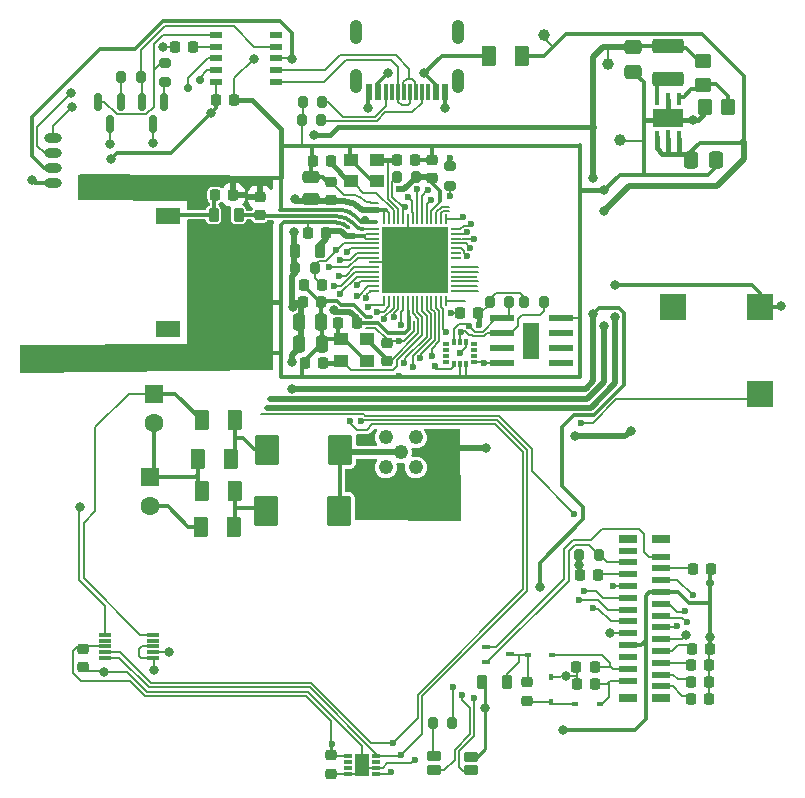
<source format=gbr>
%TF.GenerationSoftware,KiCad,Pcbnew,7.0.7*%
%TF.CreationDate,2023-09-24T12:37:58+02:00*%
%TF.ProjectId,RF Energy Harvesting LK-R37 Enclosure,52462045-6e65-4726-9779-204861727665,Beta R4*%
%TF.SameCoordinates,Original*%
%TF.FileFunction,Copper,L1,Top*%
%TF.FilePolarity,Positive*%
%FSLAX46Y46*%
G04 Gerber Fmt 4.6, Leading zero omitted, Abs format (unit mm)*
G04 Created by KiCad (PCBNEW 7.0.7) date 2023-09-24 12:37:58*
%MOMM*%
%LPD*%
G01*
G04 APERTURE LIST*
G04 Aperture macros list*
%AMRoundRect*
0 Rectangle with rounded corners*
0 $1 Rounding radius*
0 $2 $3 $4 $5 $6 $7 $8 $9 X,Y pos of 4 corners*
0 Add a 4 corners polygon primitive as box body*
4,1,4,$2,$3,$4,$5,$6,$7,$8,$9,$2,$3,0*
0 Add four circle primitives for the rounded corners*
1,1,$1+$1,$2,$3*
1,1,$1+$1,$4,$5*
1,1,$1+$1,$6,$7*
1,1,$1+$1,$8,$9*
0 Add four rect primitives between the rounded corners*
20,1,$1+$1,$2,$3,$4,$5,0*
20,1,$1+$1,$4,$5,$6,$7,0*
20,1,$1+$1,$6,$7,$8,$9,0*
20,1,$1+$1,$8,$9,$2,$3,0*%
G04 Aperture macros list end*
%TA.AperFunction,NonConductor*%
%ADD10C,0.200000*%
%TD*%
%TA.AperFunction,SMDPad,CuDef*%
%ADD11RoundRect,0.250000X0.375000X0.625000X-0.375000X0.625000X-0.375000X-0.625000X0.375000X-0.625000X0*%
%TD*%
%TA.AperFunction,SMDPad,CuDef*%
%ADD12RoundRect,0.225000X-0.225000X-0.250000X0.225000X-0.250000X0.225000X0.250000X-0.225000X0.250000X0*%
%TD*%
%TA.AperFunction,SMDPad,CuDef*%
%ADD13RoundRect,0.250000X-0.250000X-0.475000X0.250000X-0.475000X0.250000X0.475000X-0.250000X0.475000X0*%
%TD*%
%TA.AperFunction,SMDPad,CuDef*%
%ADD14C,1.000000*%
%TD*%
%TA.AperFunction,SMDPad,CuDef*%
%ADD15RoundRect,0.200000X0.200000X0.275000X-0.200000X0.275000X-0.200000X-0.275000X0.200000X-0.275000X0*%
%TD*%
%TA.AperFunction,SMDPad,CuDef*%
%ADD16R,0.600000X0.450000*%
%TD*%
%TA.AperFunction,SMDPad,CuDef*%
%ADD17R,0.580000X0.350000*%
%TD*%
%TA.AperFunction,SMDPad,CuDef*%
%ADD18R,0.350000X0.580000*%
%TD*%
%TA.AperFunction,SMDPad,CuDef*%
%ADD19RoundRect,0.225000X-0.250000X0.225000X-0.250000X-0.225000X0.250000X-0.225000X0.250000X0.225000X0*%
%TD*%
%TA.AperFunction,SMDPad,CuDef*%
%ADD20R,0.800000X0.300000*%
%TD*%
%TA.AperFunction,SMDPad,CuDef*%
%ADD21R,1.200000X1.900000*%
%TD*%
%TA.AperFunction,SMDPad,CuDef*%
%ADD22R,0.700000X0.450000*%
%TD*%
%TA.AperFunction,SMDPad,CuDef*%
%ADD23RoundRect,0.250000X-0.450000X0.350000X-0.450000X-0.350000X0.450000X-0.350000X0.450000X0.350000X0*%
%TD*%
%TA.AperFunction,SMDPad,CuDef*%
%ADD24RoundRect,0.225000X0.225000X0.250000X-0.225000X0.250000X-0.225000X-0.250000X0.225000X-0.250000X0*%
%TD*%
%TA.AperFunction,ComponentPad*%
%ADD25R,1.600000X1.600000*%
%TD*%
%TA.AperFunction,ComponentPad*%
%ADD26C,1.600000*%
%TD*%
%TA.AperFunction,SMDPad,CuDef*%
%ADD27R,0.600000X1.450000*%
%TD*%
%TA.AperFunction,SMDPad,CuDef*%
%ADD28R,0.300000X1.450000*%
%TD*%
%TA.AperFunction,ComponentPad*%
%ADD29O,1.050000X2.100000*%
%TD*%
%TA.AperFunction,SMDPad,CuDef*%
%ADD30RoundRect,0.225000X0.250000X-0.225000X0.250000X0.225000X-0.250000X0.225000X-0.250000X-0.225000X0*%
%TD*%
%TA.AperFunction,SMDPad,CuDef*%
%ADD31RoundRect,0.218750X-0.218750X-0.381250X0.218750X-0.381250X0.218750X0.381250X-0.218750X0.381250X0*%
%TD*%
%TA.AperFunction,SMDPad,CuDef*%
%ADD32RoundRect,0.250000X-1.075000X0.375000X-1.075000X-0.375000X1.075000X-0.375000X1.075000X0.375000X0*%
%TD*%
%TA.AperFunction,SMDPad,CuDef*%
%ADD33R,1.300000X1.000000*%
%TD*%
%TA.AperFunction,SMDPad,CuDef*%
%ADD34RoundRect,0.124800X-0.475200X-0.275200X0.475200X-0.275200X0.475200X0.275200X-0.475200X0.275200X0*%
%TD*%
%TA.AperFunction,ComponentPad*%
%ADD35C,1.240000*%
%TD*%
%TA.AperFunction,SMDPad,CuDef*%
%ADD36RoundRect,0.041300X0.948700X0.253700X-0.948700X0.253700X-0.948700X-0.253700X0.948700X-0.253700X0*%
%TD*%
%TA.AperFunction,SMDPad,CuDef*%
%ADD37RoundRect,0.098350X0.604150X1.437900X-0.604150X1.437900X-0.604150X-1.437900X0.604150X-1.437900X0*%
%TD*%
%TA.AperFunction,SMDPad,CuDef*%
%ADD38RoundRect,0.100000X0.100000X-2.750000X0.100000X2.750000X-0.100000X2.750000X-0.100000X-2.750000X0*%
%TD*%
%TA.AperFunction,SMDPad,CuDef*%
%ADD39RoundRect,0.100000X0.100000X-6.400000X0.100000X6.400000X-0.100000X6.400000X-0.100000X-6.400000X0*%
%TD*%
%TA.AperFunction,SMDPad,CuDef*%
%ADD40RoundRect,0.100000X-12.650000X-0.100000X12.650000X-0.100000X12.650000X0.100000X-12.650000X0.100000X0*%
%TD*%
%TA.AperFunction,SMDPad,CuDef*%
%ADD41RoundRect,0.100000X0.100000X-9.850000X0.100000X9.850000X-0.100000X9.850000X-0.100000X-9.850000X0*%
%TD*%
%TA.AperFunction,SMDPad,CuDef*%
%ADD42RoundRect,0.250000X-0.475000X0.250000X-0.475000X-0.250000X0.475000X-0.250000X0.475000X0.250000X0*%
%TD*%
%TA.AperFunction,SMDPad,CuDef*%
%ADD43RoundRect,0.250000X0.787500X1.025000X-0.787500X1.025000X-0.787500X-1.025000X0.787500X-1.025000X0*%
%TD*%
%TA.AperFunction,SMDPad,CuDef*%
%ADD44RoundRect,0.150000X-0.150000X0.587500X-0.150000X-0.587500X0.150000X-0.587500X0.150000X0.587500X0*%
%TD*%
%TA.AperFunction,SMDPad,CuDef*%
%ADD45R,0.420000X1.100000*%
%TD*%
%TA.AperFunction,SMDPad,CuDef*%
%ADD46R,2.500000X1.600000*%
%TD*%
%TA.AperFunction,SMDPad,CuDef*%
%ADD47R,1.000000X0.300000*%
%TD*%
%TA.AperFunction,SMDPad,CuDef*%
%ADD48RoundRect,0.050000X-0.387500X-0.050000X0.387500X-0.050000X0.387500X0.050000X-0.387500X0.050000X0*%
%TD*%
%TA.AperFunction,SMDPad,CuDef*%
%ADD49RoundRect,0.050000X-0.050000X-0.387500X0.050000X-0.387500X0.050000X0.387500X-0.050000X0.387500X0*%
%TD*%
%TA.AperFunction,SMDPad,CuDef*%
%ADD50RoundRect,0.002500X-0.002500X-0.002500X0.002500X-0.002500X0.002500X0.002500X-0.002500X0.002500X0*%
%TD*%
%TA.AperFunction,SMDPad,CuDef*%
%ADD51R,5.600000X5.600000*%
%TD*%
%TA.AperFunction,SMDPad,CuDef*%
%ADD52RoundRect,0.200000X-0.275000X0.200000X-0.275000X-0.200000X0.275000X-0.200000X0.275000X0.200000X0*%
%TD*%
%TA.AperFunction,SMDPad,CuDef*%
%ADD53RoundRect,0.250000X-0.375000X-0.625000X0.375000X-0.625000X0.375000X0.625000X-0.375000X0.625000X0*%
%TD*%
%TA.AperFunction,SMDPad,CuDef*%
%ADD54O,1.500000X0.800000*%
%TD*%
%TA.AperFunction,SMDPad,CuDef*%
%ADD55R,0.450000X0.600000*%
%TD*%
%TA.AperFunction,SMDPad,CuDef*%
%ADD56RoundRect,0.250000X0.350000X0.450000X-0.350000X0.450000X-0.350000X-0.450000X0.350000X-0.450000X0*%
%TD*%
%TA.AperFunction,SMDPad,CuDef*%
%ADD57RoundRect,0.200000X-0.200000X-0.275000X0.200000X-0.275000X0.200000X0.275000X-0.200000X0.275000X0*%
%TD*%
%TA.AperFunction,SMDPad,CuDef*%
%ADD58RoundRect,0.250000X-0.787500X-1.025000X0.787500X-1.025000X0.787500X1.025000X-0.787500X1.025000X0*%
%TD*%
%TA.AperFunction,SMDPad,CuDef*%
%ADD59R,1.500000X0.600000*%
%TD*%
%TA.AperFunction,SMDPad,CuDef*%
%ADD60R,1.500000X0.800000*%
%TD*%
%TA.AperFunction,SMDPad,CuDef*%
%ADD61R,1.100000X0.510000*%
%TD*%
%TA.AperFunction,SMDPad,CuDef*%
%ADD62RoundRect,0.250000X-0.475000X0.337500X-0.475000X-0.337500X0.475000X-0.337500X0.475000X0.337500X0*%
%TD*%
%TA.AperFunction,SMDPad,CuDef*%
%ADD63R,2.100000X1.400000*%
%TD*%
%TA.AperFunction,SMDPad,CuDef*%
%ADD64RoundRect,0.250000X-0.337500X-0.475000X0.337500X-0.475000X0.337500X0.475000X-0.337500X0.475000X0*%
%TD*%
%TA.AperFunction,SMDPad,CuDef*%
%ADD65R,2.195000X2.195000*%
%TD*%
%TA.AperFunction,ViaPad*%
%ADD66C,0.600000*%
%TD*%
%TA.AperFunction,ViaPad*%
%ADD67C,0.800000*%
%TD*%
%TA.AperFunction,ViaPad*%
%ADD68C,0.700000*%
%TD*%
%TA.AperFunction,Conductor*%
%ADD69C,0.150000*%
%TD*%
%TA.AperFunction,Conductor*%
%ADD70C,0.510000*%
%TD*%
%TA.AperFunction,Conductor*%
%ADD71C,0.250000*%
%TD*%
%TA.AperFunction,Conductor*%
%ADD72C,0.300000*%
%TD*%
%TA.AperFunction,Conductor*%
%ADD73C,0.400000*%
%TD*%
%TA.AperFunction,Conductor*%
%ADD74C,0.200000*%
%TD*%
%TA.AperFunction,Conductor*%
%ADD75C,0.350000*%
%TD*%
%TA.AperFunction,Conductor*%
%ADD76C,0.320000*%
%TD*%
G04 APERTURE END LIST*
D10*
X183928070Y-82140000D02*
G75*
G03*
X183928070Y-82140000I-258070J0D01*
G01*
D11*
%TO.P,probeSS12_2,1,K*%
%TO.N,Net-(probeSS12_2-K)*%
X140320000Y-108910000D03*
%TO.P,probeSS12_2,2,A*%
%TO.N,Net-(probeSS12_1-K)*%
X137520000Y-108910000D03*
%TD*%
D12*
%TO.P,EIC5,1*%
%TO.N,Net-(J2-Pin_18)*%
X179277500Y-125010000D03*
%TO.P,EIC5,2*%
%TO.N,GND*%
X180827500Y-125010000D03*
%TD*%
D11*
%TO.P,Fuse1,1*%
%TO.N,5V0*%
X164960000Y-74780000D03*
%TO.P,Fuse1,2*%
%TO.N,5V0F*%
X162160000Y-74780000D03*
%TD*%
D13*
%TO.P,E2C4,1*%
%TO.N,3V3*%
X146039255Y-97300893D03*
%TO.P,E2C4,2*%
%TO.N,GND*%
X147939255Y-97300893D03*
%TD*%
D14*
%TO.P,TP2,1,1*%
%TO.N,GND*%
X173230000Y-81880000D03*
%TD*%
D15*
%TO.P,IDR1,1*%
%TO.N,GPIO8_I2C_SDA*%
X163824255Y-95640893D03*
%TO.P,IDR1,2*%
%TO.N,3V3*%
X162174255Y-95640893D03*
%TD*%
D12*
%TO.P,EIC6,1*%
%TO.N,Net-(J2-Pin_20)*%
X179247500Y-126380000D03*
%TO.P,EIC6,2*%
%TO.N,GND*%
X180797500Y-126380000D03*
%TD*%
D15*
%TO.P,QR1,1*%
%TO.N,Net-(CH340K1-~{DTR})*%
X132655000Y-76580000D03*
%TO.P,QR1,2*%
%TO.N,Net-(Q1-G)*%
X131005000Y-76580000D03*
%TD*%
D16*
%TO.P,EiD1a2,1,K*%
%TO.N,PREVGH*%
X167492500Y-125500000D03*
%TO.P,EiD1a2,2,A*%
%TO.N,Net-(EiD1a2-A)*%
X165392500Y-125500000D03*
%TD*%
D17*
%TO.P,IMU1,1,SDO/SA0*%
%TO.N,unconnected-(IMU1-SDO{slash}SA0-Pad1)*%
X158494255Y-99160893D03*
%TO.P,IMU1,2,SDX*%
%TO.N,unconnected-(IMU1-SDX-Pad2)*%
X158494255Y-99660893D03*
%TO.P,IMU1,3,SCX*%
%TO.N,unconnected-(IMU1-SCX-Pad3)*%
X158494255Y-100160893D03*
%TO.P,IMU1,4,INT1*%
%TO.N,unconnected-(IMU1-INT1-Pad4)*%
X158494255Y-100660893D03*
D18*
%TO.P,IMU1,5,VDDIO*%
%TO.N,3V3*%
X159169255Y-100835893D03*
%TO.P,IMU1,6,GND*%
%TO.N,GND*%
X159669255Y-100835893D03*
%TO.P,IMU1,7,GND*%
X160169255Y-100835893D03*
D17*
%TO.P,IMU1,8,VDD*%
%TO.N,3V3*%
X160844255Y-100660893D03*
%TO.P,IMU1,9,INT2*%
%TO.N,unconnected-(IMU1-INT2-Pad9)*%
X160844255Y-100160893D03*
%TO.P,IMU1,10,NC*%
%TO.N,unconnected-(IMU1-NC-Pad10)*%
X160844255Y-99660893D03*
%TO.P,IMU1,11,NC*%
%TO.N,unconnected-(IMU1-NC-Pad11)*%
X160844255Y-99160893D03*
D18*
%TO.P,IMU1,12,CS*%
%TO.N,IMU_CS_IO21*%
X160169255Y-98985893D03*
%TO.P,IMU1,13,SCL*%
%TO.N,GPIO9_I2C_SCL*%
X159669255Y-98985893D03*
%TO.P,IMU1,14,SDA*%
%TO.N,GPIO8_I2C_SDA*%
X159169255Y-98985893D03*
%TD*%
D19*
%TO.P,E2C3,1*%
%TO.N,GND*%
X148729255Y-85435893D03*
%TO.P,E2C3,2*%
%TO.N,3V3*%
X148729255Y-86985893D03*
%TD*%
D20*
%TO.P,SHT1,1,SDA*%
%TO.N,GPIO8_I2C_SDA*%
X152570000Y-135562500D03*
%TO.P,SHT1,2,ADDR*%
%TO.N,GND*%
X152570000Y-135062500D03*
%TO.P,SHT1,3,ALERT*%
%TO.N,unconnected-(SHT1-ALERT-Pad3)*%
X152570000Y-134562500D03*
%TO.P,SHT1,4,SCL*%
%TO.N,GPIO9_I2C_SCL*%
X152570000Y-134062500D03*
%TO.P,SHT1,5,VDD*%
%TO.N,3V3*%
X150170000Y-134062500D03*
%TO.P,SHT1,6,~{RESET}*%
%TO.N,unconnected-(SHT1-~{RESET}-Pad6)*%
X150170000Y-134562500D03*
%TO.P,SHT1,7,R*%
%TO.N,unconnected-(SHT1-R-Pad7)*%
X150170000Y-135062500D03*
%TO.P,SHT1,8,VSS*%
%TO.N,GND*%
X150170000Y-135562500D03*
D21*
%TO.P,SHT1,9,VSS*%
X151370000Y-134812500D03*
%TD*%
D22*
%TO.P,EIQ1,1*%
%TO.N,GDR*%
X161892500Y-124800000D03*
%TO.P,EIQ1,2*%
%TO.N,RESE*%
X161892500Y-126100000D03*
%TO.P,EIQ1,3*%
%TO.N,Net-(EiD1a2-A)*%
X163892500Y-125450000D03*
%TD*%
D23*
%TO.P,AR2,1*%
%TO.N,3V3*%
X180290245Y-75230821D03*
%TO.P,AR2,2*%
%TO.N,Net-(AU1-FB)*%
X180290245Y-77230821D03*
%TD*%
D12*
%TO.P,EIC4,1*%
%TO.N,Net-(J2-Pin_4)*%
X179397500Y-118250000D03*
%TO.P,EIC4,2*%
%TO.N,GND*%
X180947500Y-118250000D03*
%TD*%
D24*
%TO.P,CHC1,1*%
%TO.N,Net-(CH340K1-VCC)*%
X137085000Y-74010000D03*
%TO.P,CHC1,2*%
%TO.N,GND*%
X135535000Y-74010000D03*
%TD*%
D12*
%TO.P,EIC2,1*%
%TO.N,Net-(J2-Pin_24)*%
X179237500Y-129260000D03*
%TO.P,EIC2,2*%
%TO.N,GND*%
X180787500Y-129260000D03*
%TD*%
D24*
%TO.P,E2C10,1*%
%TO.N,Net-(ESP32S1-GPIO16{slash}ADC2_CH5{slash}XTAL_32K_N)*%
X148094255Y-100810893D03*
%TO.P,E2C10,2*%
%TO.N,GND*%
X146544255Y-100810893D03*
%TD*%
D25*
%TO.P,probeC4,1*%
%TO.N,Net-(probeSS12_1-K)*%
X133410000Y-110424888D03*
D26*
%TO.P,probeC4,2*%
%TO.N,IN_KTS1_ADS2_A-*%
X133410000Y-112924888D03*
%TD*%
D27*
%TO.P,J1,A1B12,GND*%
%TO.N,GND*%
X158430000Y-77845000D03*
%TO.P,J1,A4B9,VBUS*%
%TO.N,5V0F*%
X157630000Y-77845000D03*
D28*
%TO.P,J1,A5,CC1*%
%TO.N,Net-(J1-CC1)*%
X156430000Y-77845000D03*
%TO.P,J1,A6,DP1*%
%TO.N,USB_D+*%
X155430000Y-77845000D03*
%TO.P,J1,A7,DN1*%
%TO.N,USB_D-*%
X154930000Y-77845000D03*
%TO.P,J1,A8,SBU1*%
%TO.N,unconnected-(J1-SBU1-PadA8)*%
X153930000Y-77845000D03*
D27*
%TO.P,J1,B1A12,GND*%
%TO.N,GND*%
X151930000Y-77845000D03*
%TO.P,J1,B4A9,VBUS*%
%TO.N,5V0F*%
X152730000Y-77845000D03*
D28*
%TO.P,J1,B5,CC2*%
%TO.N,Net-(J1-CC2)*%
X153430000Y-77845000D03*
%TO.P,J1,B6,DP2*%
%TO.N,USB_D+*%
X154430000Y-77845000D03*
%TO.P,J1,B7,DN2*%
%TO.N,USB_D-*%
X155930000Y-77845000D03*
%TO.P,J1,B8,SBU2*%
%TO.N,unconnected-(J1-SBU2-PadB8)*%
X156930000Y-77845000D03*
D29*
%TO.P,J1,S1,SHIELD*%
%TO.N,Earth*%
X159500000Y-76930000D03*
%TO.P,J1,S2,SHIELD*%
X150860000Y-76930000D03*
%TO.P,J1,S3,SHIELD*%
X159500000Y-72750000D03*
%TO.P,J1,S4,SHIELD*%
X150860000Y-72750000D03*
%TD*%
D30*
%TO.P,EC3,1*%
%TO.N,Net-(ESP32S1-LNA_IN{slash}RF)*%
X142710000Y-88265000D03*
%TO.P,EC3,2*%
%TO.N,GND*%
X142710000Y-86715000D03*
%TD*%
D24*
%TO.P,E2C7,1*%
%TO.N,Net-(E2C7-Pad1)*%
X148324255Y-89780893D03*
%TO.P,E2C7,2*%
%TO.N,GND*%
X146774255Y-89780893D03*
%TD*%
D14*
%TO.P,TP1,1,1*%
%TO.N,3V3*%
X172200000Y-75500000D03*
%TD*%
D31*
%TO.P,EIL1,1,1*%
%TO.N,3V3*%
X161560000Y-127790000D03*
%TO.P,EIL1,2,2*%
%TO.N,Net-(EiD1a2-A)*%
X163685000Y-127790000D03*
%TD*%
D15*
%TO.P,LR2,1*%
%TO.N,LED_R_IO13*%
X159005000Y-131280000D03*
%TO.P,LR2,2*%
%TO.N,Net-(LED2-RA)*%
X157355000Y-131280000D03*
%TD*%
D12*
%TO.P,EC2,1*%
%TO.N,Net-(ANT1-Pad1)*%
X138935000Y-86550000D03*
%TO.P,EC2,2*%
%TO.N,GND*%
X140485000Y-86550000D03*
%TD*%
D24*
%TO.P,E2C11,1*%
%TO.N,Net-(ESP32S1-XTAL_P)*%
X148744255Y-83650893D03*
%TO.P,E2C11,2*%
%TO.N,GND*%
X147194255Y-83650893D03*
%TD*%
D32*
%TO.P,AL1,1,1*%
%TO.N,3V3*%
X177270245Y-73960821D03*
%TO.P,AL1,2,2*%
%TO.N,Net-(AU1-SW)*%
X177270245Y-76760821D03*
%TD*%
D15*
%TO.P,USBR1,1*%
%TO.N,Net-(J1-CC1)*%
X147945000Y-80190000D03*
%TO.P,USBR1,2*%
%TO.N,GND*%
X146295000Y-80190000D03*
%TD*%
D12*
%TO.P,E2C14,1*%
%TO.N,Net-(ESP32S1-XTAL_N)*%
X154354255Y-83600893D03*
%TO.P,E2C14,2*%
%TO.N,GND*%
X155904255Y-83600893D03*
%TD*%
D30*
%TO.P,SHC1,1*%
%TO.N,GND*%
X148740000Y-135555000D03*
%TO.P,SHC1,2*%
%TO.N,3V3*%
X148740000Y-134005000D03*
%TD*%
D33*
%TO.P,E2CY1,1,1*%
%TO.N,Net-(ESP32S1-GPIO15{slash}ADC2_CH4{slash}XTAL_32K_P)*%
X151829255Y-98780893D03*
%TO.P,E2CY1,2,2*%
%TO.N,GND*%
X149629255Y-98780893D03*
%TO.P,E2CY1,3,3*%
%TO.N,Net-(ESP32S1-GPIO16{slash}ADC2_CH5{slash}XTAL_32K_N)*%
X149629255Y-100580893D03*
%TO.P,E2CY1,4,4*%
%TO.N,GND*%
X151829255Y-100580893D03*
%TD*%
D30*
%TO.P,E2C8,1*%
%TO.N,3V3*%
X157329255Y-85155893D03*
%TO.P,E2C8,2*%
%TO.N,GND*%
X157329255Y-83605893D03*
%TD*%
D34*
%TO.P,LED2,1,GA*%
%TO.N,LED_G_IO14*%
X157450000Y-135220000D03*
%TO.P,LED2,2,BA*%
%TO.N,LED_B_IO17*%
X160630000Y-135230000D03*
%TO.P,LED2,3,RA*%
%TO.N,Net-(LED2-RA)*%
X157450000Y-134080000D03*
%TO.P,LED2,4,K*%
%TO.N,3V3*%
X160640000Y-134110000D03*
%TD*%
D15*
%TO.P,EIR1,1*%
%TO.N,RESE*%
X171437500Y-117010000D03*
%TO.P,EIR1,2*%
%TO.N,GND*%
X169787500Y-117010000D03*
%TD*%
D35*
%TO.P,SMA1,1*%
%TO.N,Net-(SMA1-Pad1)*%
X154670000Y-108360000D03*
%TO.P,SMA1,2*%
%TO.N,N/C*%
X153400000Y-107090000D03*
X153400000Y-109630000D03*
X155940000Y-107090000D03*
X155940000Y-109630000D03*
%TD*%
D36*
%TO.P,U1,1*%
%TO.N,N/C*%
X168209255Y-100775893D03*
%TO.P,U1,2*%
X168209255Y-99505893D03*
%TO.P,U1,3*%
X168209255Y-98235893D03*
%TO.P,U1,4,GND*%
%TO.N,GND*%
X168209255Y-96965893D03*
%TO.P,U1,5,SDA*%
%TO.N,GPIO8_I2C_SDA*%
X163269255Y-96965893D03*
%TO.P,U1,6,SCL*%
%TO.N,GPIO9_I2C_SCL*%
X163269255Y-98235893D03*
%TO.P,U1,7*%
%TO.N,N/C*%
X163269255Y-99505893D03*
%TO.P,U1,8,VCC*%
%TO.N,3V3*%
X163269255Y-100775893D03*
D37*
%TO.P,U1,9,EXP*%
%TO.N,unconnected-(U1-EXP-Pad9)*%
X165669255Y-98920893D03*
%TD*%
D38*
%TO.P,ES1,1,GND*%
%TO.N,GND*%
X144510000Y-85060000D03*
D39*
X144530000Y-95650000D03*
D40*
X157240000Y-82410000D03*
X157250000Y-101940000D03*
D41*
X169850000Y-92160000D03*
%TD*%
D24*
%TO.P,EIC9,1*%
%TO.N,PREVGL*%
X171112500Y-127930000D03*
%TO.P,EIC9,2*%
%TO.N,GND*%
X169562500Y-127930000D03*
%TD*%
D12*
%TO.P,CHC2,1*%
%TO.N,3V3*%
X139025000Y-78480000D03*
%TO.P,CHC2,2*%
%TO.N,GND*%
X140575000Y-78480000D03*
%TD*%
%TO.P,EIC1,1*%
%TO.N,Net-(J2-Pin_22)*%
X179217500Y-127820000D03*
%TO.P,EIC1,2*%
%TO.N,GND*%
X180767500Y-127820000D03*
%TD*%
D15*
%TO.P,USBR2,1*%
%TO.N,Net-(J1-CC2)*%
X148005000Y-78700000D03*
%TO.P,USBR2,2*%
%TO.N,GND*%
X146355000Y-78700000D03*
%TD*%
D12*
%TO.P,EC1,1*%
%TO.N,GND*%
X146435000Y-94150000D03*
%TO.P,EC1,2*%
%TO.N,CHIP_EN*%
X147985000Y-94150000D03*
%TD*%
D33*
%TO.P,E2CY2,1,1*%
%TO.N,Net-(ESP32S1-XTAL_P)*%
X150449255Y-85370893D03*
%TO.P,E2CY2,2,2*%
%TO.N,GND*%
X152649255Y-85370893D03*
%TO.P,E2CY2,3,3*%
%TO.N,Net-(ESP32S1-XTAL_N)*%
X152649255Y-83570893D03*
%TO.P,E2CY2,4,4*%
%TO.N,GND*%
X150449255Y-83570893D03*
%TD*%
D42*
%TO.P,E2C1,1*%
%TO.N,GND*%
X147079255Y-85030893D03*
%TO.P,E2C1,2*%
%TO.N,3V3*%
X147079255Y-86930893D03*
%TD*%
D12*
%TO.P,E2C5,1*%
%TO.N,3V3*%
X146365000Y-95600000D03*
%TO.P,E2C5,2*%
%TO.N,GND*%
X147915000Y-95600000D03*
%TD*%
D43*
%TO.P,probeC2,1*%
%TO.N,Net-(SMA1-Pad1)*%
X149450000Y-113310000D03*
%TO.P,probeC2,2*%
%TO.N,Net-(DMPprobeSS12_1-K)*%
X143225000Y-113310000D03*
%TD*%
D12*
%TO.P,IMUC1,1*%
%TO.N,GND*%
X159634255Y-96580893D03*
%TO.P,IMUC1,2*%
%TO.N,3V3*%
X161184255Y-96580893D03*
%TD*%
D44*
%TO.P,Q1,1,G*%
%TO.N,Net-(Q1-G)*%
X130950000Y-78660000D03*
%TO.P,Q1,2,S*%
%TO.N,Net-(CH340K1-RTS)*%
X129050000Y-78660000D03*
%TO.P,Q1,3,D*%
%TO.N,CHIP_EN*%
X130000000Y-80535000D03*
%TD*%
D45*
%TO.P,AU1,1,FB*%
%TO.N,Net-(AU1-FB)*%
X178230245Y-78463321D03*
%TO.P,AU1,2,GND*%
%TO.N,GND*%
X177280245Y-78463321D03*
%TO.P,AU1,3,SW*%
%TO.N,Net-(AU1-SW)*%
X176330245Y-78473321D03*
%TO.P,AU1,4,VIN_SW*%
%TO.N,5V0*%
X176330245Y-81613321D03*
%TO.P,AU1,5,VIN_A*%
X177280245Y-81603321D03*
%TO.P,AU1,6,EN*%
X178230245Y-81613321D03*
D46*
%TO.P,AU1,7*%
%TO.N,N/C*%
X177280245Y-80033321D03*
%TD*%
D47*
%TO.P,U2,1*%
%TO.N,GND*%
X133690000Y-125780000D03*
%TO.P,U2,2*%
%TO.N,ADS1155_ALERT_IO01*%
X133690000Y-125280000D03*
%TO.P,U2,3*%
%TO.N,GND*%
X133690000Y-124780000D03*
%TO.P,U2,4*%
%TO.N,unconnected-(U2-Pad4)*%
X133690000Y-124280000D03*
%TO.P,U2,5*%
%TO.N,IN_KTS1_ADS2_A+*%
X133690000Y-123780000D03*
%TO.P,U2,6*%
%TO.N,IN_KTS1_ADS2_A-*%
X129590000Y-123780000D03*
%TO.P,U2,7*%
%TO.N,unconnected-(U2-Pad7)*%
X129590000Y-124280000D03*
%TO.P,U2,8*%
%TO.N,3V3*%
X129590000Y-124780000D03*
%TO.P,U2,9*%
%TO.N,GPIO8_I2C_SDA*%
X129590000Y-125280000D03*
%TO.P,U2,10*%
%TO.N,GPIO9_I2C_SCL*%
X129590000Y-125780000D03*
%TD*%
D48*
%TO.P,ESP32S1,1,LNA_IN/RF*%
%TO.N,Net-(ESP32S1-LNA_IN{slash}RF)*%
X152421755Y-89460893D03*
%TO.P,ESP32S1,2,VDD3P3*%
%TO.N,Net-(E2C7-Pad1)*%
X152421755Y-89860893D03*
%TO.P,ESP32S1,3,VDD3P3*%
X152421755Y-90260893D03*
%TO.P,ESP32S1,4,CHIP_PU/RESET*%
%TO.N,CHIP_EN*%
X152421755Y-90660893D03*
%TO.P,ESP32S1,5,GPIO0/BOOT*%
%TO.N,ESP_GPIO0_BOOT-DTR*%
X152421755Y-91060893D03*
%TO.P,ESP32S1,6,GPIO1/ADC1_CH0*%
%TO.N,ADS1155_ALERT_IO01*%
X152421755Y-91460893D03*
%TO.P,ESP32S1,7,GPIO2/ADC1_CH1*%
%TO.N,unconnected-(ESP32S1-GPIO2{slash}ADC1_CH1-Pad7)*%
X152421755Y-91860893D03*
%TO.P,ESP32S1,8,GPIO3/ADC1_CH2*%
%TO.N,GND*%
X152421755Y-92260893D03*
%TO.P,ESP32S1,9,GPIO4/ADC1_CH3*%
%TO.N,unconnected-(ESP32S1-GPIO4{slash}ADC1_CH3-Pad9)*%
X152421755Y-92660893D03*
%TO.P,ESP32S1,10,GPIO5/ADC1_CH4*%
%TO.N,unconnected-(ESP32S1-GPIO5{slash}ADC1_CH4-Pad10)*%
X152421755Y-93060893D03*
%TO.P,ESP32S1,11,GPIO6/ADC1_CH5*%
%TO.N,unconnected-(ESP32S1-GPIO6{slash}ADC1_CH5-Pad11)*%
X152421755Y-93460893D03*
%TO.P,ESP32S1,12,GPIO7/ADC1_CH6*%
%TO.N,unconnected-(ESP32S1-GPIO7{slash}ADC1_CH6-Pad12)*%
X152421755Y-93860893D03*
%TO.P,ESP32S1,13,GPIO8/ADC1_CH7*%
%TO.N,GPIO8_I2C_SDA*%
X152421755Y-94260893D03*
%TO.P,ESP32S1,14,GPIO9/ADC1_CH8*%
%TO.N,GPIO9_I2C_SCL*%
X152421755Y-94660893D03*
D49*
%TO.P,ESP32S1,15,GPIO10/ADC1_CH9*%
%TO.N,unconnected-(ESP32S1-GPIO10{slash}ADC1_CH9-Pad15)*%
X153259255Y-95498393D03*
%TO.P,ESP32S1,16,GPIO11/ADC2_CH0*%
%TO.N,unconnected-(ESP32S1-GPIO11{slash}ADC2_CH0-Pad16)*%
X153659255Y-95498393D03*
%TO.P,ESP32S1,17,GPIO12/ADC2_CH1*%
%TO.N,unconnected-(ESP32S1-GPIO12{slash}ADC2_CH1-Pad17)*%
X154059255Y-95498393D03*
%TO.P,ESP32S1,18,GPIO13/ADC2_CH2*%
%TO.N,LED_R_IO13*%
X154459255Y-95498393D03*
%TO.P,ESP32S1,19,GPIO14/ADC2_CH3*%
%TO.N,LED_G_IO14*%
X154859255Y-95498393D03*
%TO.P,ESP32S1,20,VDD3P3_RTC*%
%TO.N,3V3*%
X155259255Y-95498393D03*
%TO.P,ESP32S1,21,GPIO15/ADC2_CH4/XTAL_32K_P*%
%TO.N,Net-(ESP32S1-GPIO15{slash}ADC2_CH4{slash}XTAL_32K_P)*%
X155659255Y-95498393D03*
%TO.P,ESP32S1,22,GPIO16/ADC2_CH5/XTAL_32K_N*%
%TO.N,Net-(ESP32S1-GPIO16{slash}ADC2_CH5{slash}XTAL_32K_N)*%
X156059255Y-95498393D03*
%TO.P,ESP32S1,23,GPIO17/ADC2_CH6/DAC_2*%
%TO.N,LED_B_IO17*%
X156459255Y-95498393D03*
%TO.P,ESP32S1,24,GPIO18/ADC2_CH7/DAC_1*%
%TO.N,BUZZER_IO18*%
X156859255Y-95498393D03*
%TO.P,ESP32S1,25,GPIO19/USB_D-/ADC2_CH8*%
%TO.N,ESP2_USB_D-*%
X157259255Y-95498393D03*
%TO.P,ESP32S1,26,GPIO20/USB_D+/ADC2_CH9*%
%TO.N,ESP2_USB_D+*%
X157659255Y-95498393D03*
%TO.P,ESP32S1,27,GPIO21*%
%TO.N,IMU_CS_IO21*%
X158059255Y-95498393D03*
%TO.P,ESP32S1,28,SPI_CS1/GPIO26*%
%TO.N,SPICS1_E2*%
X158459255Y-95498393D03*
D48*
%TO.P,ESP32S1,29,VDD_SPI*%
%TO.N,ESP2_VDD_SPI*%
X159296755Y-94660893D03*
%TO.P,ESP32S1,30,SPIHD/GPIO27*%
%TO.N,SPIHD_E2*%
X159296755Y-94260893D03*
%TO.P,ESP32S1,31,SPIWP/GPIO28*%
%TO.N,SPIWP_E2*%
X159296755Y-93860893D03*
%TO.P,ESP32S1,32,SPICS0/GPIO29*%
%TO.N,SPICS0_E2*%
X159296755Y-93460893D03*
%TO.P,ESP32S1,33,SPICLK/GPIO30*%
%TO.N,SPICLK_E2*%
X159296755Y-93060893D03*
%TO.P,ESP32S1,34,SPIQ/GPIO31*%
%TO.N,SPIQ_E2*%
X159296755Y-92660893D03*
D50*
%TO.P,ESP32S1,35,SPID/GPIO32*%
%TO.N,SPID_E2*%
X159296755Y-92260893D03*
D48*
%TO.P,ESP32S1,36,SPICLK_N/GPIO48*%
%TO.N,unconnected-(ESP32S1-SPICLK_N{slash}GPIO48-Pad36)*%
X159296755Y-91860893D03*
%TO.P,ESP32S1,37,SPICLK_P/GPIO47*%
%TO.N,unconnected-(ESP32S1-SPICLK_P{slash}GPIO47-Pad37)*%
X159296755Y-91460893D03*
%TO.P,ESP32S1,38,GPIO33*%
%TO.N,LCD_RST_IO13*%
X159296755Y-91060893D03*
%TO.P,ESP32S1,39,GPIO34*%
%TO.N,LCD_DC_IO14*%
X159296755Y-90660893D03*
%TO.P,ESP32S1,40,GPIO35*%
%TO.N,LCD_BUSY_IO17*%
X159296755Y-90260893D03*
%TO.P,ESP32S1,41,GPIO36*%
%TO.N,LCD_CS_IO12*%
X159296755Y-89860893D03*
%TO.P,ESP32S1,42,GPIO37*%
%TO.N,LCD_MOSI_IO11*%
X159296755Y-89460893D03*
D49*
%TO.P,ESP32S1,43,GPIO38*%
%TO.N,unconnected-(ESP32S1-GPIO38-Pad43)*%
X158459255Y-88623393D03*
%TO.P,ESP32S1,44,MTCK/JTAG/GPIO39*%
%TO.N,unconnected-(ESP32S1-MTCK{slash}JTAG{slash}GPIO39-Pad44)*%
X158059255Y-88623393D03*
%TO.P,ESP32S1,45,MTDO/JTAG/GPIO40*%
%TO.N,unconnected-(ESP32S1-MTDO{slash}JTAG{slash}GPIO40-Pad45)*%
X157659255Y-88623393D03*
%TO.P,ESP32S1,46,VDD3P3_CPU*%
%TO.N,3V3*%
X157259255Y-88623393D03*
%TO.P,ESP32S1,47,MTDI/JTAG/GPIO41*%
%TO.N,unconnected-(ESP32S1-MTDI{slash}JTAG{slash}GPIO41-Pad47)*%
X156859255Y-88623393D03*
%TO.P,ESP32S1,48,MTMS/JTAG/GPIO42*%
%TO.N,unconnected-(ESP32S1-MTMS{slash}JTAG{slash}GPIO42-Pad48)*%
X156459255Y-88623393D03*
%TO.P,ESP32S1,49,U0TXD/PROG/GPIO43*%
%TO.N,Net-(ESP32S1-U0TXD{slash}PROG{slash}GPIO43)*%
X156059255Y-88623393D03*
%TO.P,ESP32S1,50,U0RXD/PROG/GPIO44*%
%TO.N,RXD0*%
X155659255Y-88623393D03*
%TO.P,ESP32S1,51,GPIO45*%
%TO.N,GND*%
X155259255Y-88623393D03*
%TO.P,ESP32S1,52,GPIO46*%
%TO.N,ESP_GPIO0_BOOT-DTR*%
X154859255Y-88623393D03*
%TO.P,ESP32S1,53,XTAL_N*%
%TO.N,Net-(ESP32S1-XTAL_N)*%
X154459255Y-88623393D03*
%TO.P,ESP32S1,54,XTAL_P*%
%TO.N,Net-(ESP32S1-XTAL_P)*%
X154059255Y-88623393D03*
%TO.P,ESP32S1,55,VDDA*%
%TO.N,3V3*%
X153659255Y-88623393D03*
%TO.P,ESP32S1,56,VDDA*%
X153259255Y-88623393D03*
D51*
%TO.P,ESP32S1,57,GND*%
%TO.N,GND*%
X155859255Y-92060893D03*
%TD*%
D52*
%TO.P,E2R1,1*%
%TO.N,TXD0*%
X158839255Y-84125893D03*
%TO.P,E2R1,2*%
%TO.N,Net-(ESP32S1-U0TXD{slash}PROG{slash}GPIO43)*%
X158839255Y-85775893D03*
%TD*%
D24*
%TO.P,EIC8,1*%
%TO.N,PREVGH*%
X171082500Y-126560000D03*
%TO.P,EIC8,2*%
%TO.N,GND*%
X169532500Y-126560000D03*
%TD*%
D52*
%TO.P,QR2,1*%
%TO.N,Net-(CH340K1-RTS)*%
X134680000Y-75355000D03*
%TO.P,QR2,2*%
%TO.N,Net-(Q2-G)*%
X134680000Y-77005000D03*
%TD*%
D53*
%TO.P,probeSS12_1,1,K*%
%TO.N,Net-(probeSS12_1-K)*%
X137830000Y-111650000D03*
%TO.P,probeSS12_1,2,A*%
%TO.N,Net-(DMPprobeSS12_1-K)*%
X140630000Y-111650000D03*
%TD*%
D54*
%TO.P,ICSP1,1,Pin_1*%
%TO.N,5V0F*%
X125230500Y-85575000D03*
%TO.P,ICSP1,2,Pin_2*%
%TO.N,GND*%
X125230500Y-84305000D03*
%TO.P,ICSP1,3,Pin_3*%
%TO.N,TXD0*%
X125230500Y-83035000D03*
%TO.P,ICSP1,4,Pin_4*%
%TO.N,RXD0*%
X125230500Y-81765000D03*
%TD*%
D55*
%TO.P,EiD1a3,1,K*%
%TO.N,GND*%
X167342500Y-127390000D03*
%TO.P,EiD1a3,2,A*%
%TO.N,Net-(EiD1a1-K)*%
X167342500Y-129490000D03*
%TD*%
D14*
%TO.P,TP3,1,1*%
%TO.N,5V0*%
X166760000Y-72990000D03*
%TD*%
D53*
%TO.P,probeSS12_3,1,K*%
%TO.N,IN_KTS1_ADS2_A+*%
X137820000Y-105640000D03*
%TO.P,probeSS12_3,2,A*%
%TO.N,Net-(probeSS12_2-K)*%
X140620000Y-105640000D03*
%TD*%
D30*
%TO.P,EC4,1*%
%TO.N,GND*%
X127760000Y-126525000D03*
%TO.P,EC4,2*%
%TO.N,3V3*%
X127760000Y-124975000D03*
%TD*%
D56*
%TO.P,AR1,1*%
%TO.N,Net-(AU1-FB)*%
X182390245Y-79110821D03*
%TO.P,AR1,2*%
%TO.N,GND*%
X180390245Y-79110821D03*
%TD*%
D13*
%TO.P,E2C2,1*%
%TO.N,3V3*%
X146049255Y-99170893D03*
%TO.P,E2C2,2*%
%TO.N,GND*%
X147949255Y-99170893D03*
%TD*%
D57*
%TO.P,IDR2,1*%
%TO.N,3V3*%
X165134255Y-95630893D03*
%TO.P,IDR2,2*%
%TO.N,GPIO9_I2C_SCL*%
X166784255Y-95630893D03*
%TD*%
D24*
%TO.P,EIC3,1*%
%TO.N,Net-(J2-Pin_5)*%
X171347500Y-118760000D03*
%TO.P,EIC3,2*%
%TO.N,GND*%
X169797500Y-118760000D03*
%TD*%
D30*
%TO.P,E2C9,1*%
%TO.N,Net-(ESP32S1-GPIO15{slash}ADC2_CH4{slash}XTAL_32K_P)*%
X153469255Y-100605893D03*
%TO.P,E2C9,2*%
%TO.N,GND*%
X153469255Y-99055893D03*
%TD*%
D58*
%TO.P,probeC1,1*%
%TO.N,Net-(probeSS12_2-K)*%
X143305000Y-108160000D03*
%TO.P,probeC1,2*%
%TO.N,Net-(SMA1-Pad1)*%
X149530000Y-108160000D03*
%TD*%
D59*
%TO.P,J2,1,Pin_1*%
%TO.N,unconnected-(J2-Pin_1-Pad1)*%
X173902500Y-116670000D03*
%TO.P,J2,2,Pin_2*%
%TO.N,GDR*%
X176702500Y-117170000D03*
%TO.P,J2,3,Pin_3*%
%TO.N,RESE*%
X173902500Y-117670000D03*
%TO.P,J2,4,Pin_4*%
%TO.N,Net-(J2-Pin_4)*%
X176702500Y-118170000D03*
%TO.P,J2,5,Pin_5*%
%TO.N,Net-(J2-Pin_5)*%
X173902500Y-118670000D03*
%TO.P,J2,6,Pin_6*%
%TO.N,GPIO9_I2C_SCL*%
X176702500Y-119170000D03*
%TO.P,J2,7,Pin_7*%
%TO.N,GPIO8_I2C_SDA*%
X173902500Y-119670000D03*
%TO.P,J2,8,Pin_8*%
%TO.N,GND*%
X176702500Y-120170000D03*
%TO.P,J2,9,Pin_9*%
%TO.N,LCD_BUSY_IO17*%
X173902500Y-120670000D03*
%TO.P,J2,10,Pin_10*%
%TO.N,LCD_RST_IO13*%
X176702500Y-121170000D03*
%TO.P,J2,11,Pin_11*%
%TO.N,LCD_DC_IO14*%
X173902500Y-121670000D03*
%TO.P,J2,12,Pin_12*%
%TO.N,LCD_CS_IO12*%
X176702500Y-122170000D03*
%TO.P,J2,13,Pin_13*%
%TO.N,SCLK_COMMON_3V3_IO04*%
X173902500Y-122670000D03*
%TO.P,J2,14,Pin_14*%
%TO.N,LCD_MOSI_IO11*%
X176702500Y-123170000D03*
%TO.P,J2,15,Pin_15*%
%TO.N,3V3*%
X173902500Y-123670000D03*
%TO.P,J2,16,Pin_16*%
X176702500Y-124170000D03*
%TO.P,J2,17,Pin_17*%
%TO.N,GND*%
X173902500Y-124670000D03*
%TO.P,J2,18,Pin_18*%
%TO.N,Net-(J2-Pin_18)*%
X176702500Y-125170000D03*
%TO.P,J2,19,Pin_19*%
%TO.N,unconnected-(J2-Pin_19-Pad19)*%
X173902500Y-125670000D03*
%TO.P,J2,20,Pin_20*%
%TO.N,Net-(J2-Pin_20)*%
X176702500Y-126170000D03*
%TO.P,J2,21,Pin_21*%
%TO.N,PREVGH*%
X173902500Y-126670000D03*
%TO.P,J2,22,Pin_22*%
%TO.N,Net-(J2-Pin_22)*%
X176702500Y-127170000D03*
%TO.P,J2,23,Pin_23*%
%TO.N,PREVGL*%
X173902500Y-127670000D03*
%TO.P,J2,24,Pin_24*%
%TO.N,Net-(J2-Pin_24)*%
X176702500Y-128170000D03*
D60*
%TO.P,J2,S1*%
%TO.N,N/C*%
X176702500Y-115670000D03*
%TO.P,J2,S2*%
X173902500Y-115670000D03*
%TO.P,J2,S3*%
X176702500Y-129170000D03*
%TO.P,J2,S4*%
X173902500Y-129170000D03*
%TD*%
D61*
%TO.P,CH340K1,1,UD+*%
%TO.N,USB_D+*%
X144110000Y-77000000D03*
%TO.P,CH340K1,2,UD-*%
%TO.N,USB_D-*%
X144110000Y-76000000D03*
%TO.P,CH340K1,3,GND*%
%TO.N,GND*%
X144110000Y-75000000D03*
%TO.P,CH340K1,4,~{DTR}*%
%TO.N,Net-(CH340K1-~{DTR})*%
X144110000Y-74000000D03*
%TO.P,CH340K1,5,~{CTS}*%
%TO.N,unconnected-(CH340K1-~{CTS}-Pad5)*%
X144110000Y-73000000D03*
%TO.P,CH340K1,6,RTS*%
%TO.N,Net-(CH340K1-RTS)*%
X139010000Y-73000000D03*
%TO.P,CH340K1,7,VCC*%
%TO.N,Net-(CH340K1-VCC)*%
X139010000Y-74000000D03*
%TO.P,CH340K1,8,TXD*%
%TO.N,RXD0*%
X139010000Y-75000000D03*
%TO.P,CH340K1,9,RXD*%
%TO.N,TXD0*%
X139010000Y-76000000D03*
%TO.P,CH340K1,10,V3*%
%TO.N,3V3*%
X139010000Y-77000000D03*
%TD*%
D30*
%TO.P,EIC7,1*%
%TO.N,Net-(EiD1a1-K)*%
X165332500Y-129360000D03*
%TO.P,EIC7,2*%
%TO.N,Net-(EiD1a2-A)*%
X165332500Y-127810000D03*
%TD*%
D62*
%TO.P,AC1,1*%
%TO.N,3V3*%
X174350000Y-74032500D03*
%TO.P,AC1,2*%
%TO.N,GND*%
X174350000Y-76107500D03*
%TD*%
D24*
%TO.P,E2C6,1*%
%TO.N,3V3*%
X150924255Y-97380893D03*
%TO.P,E2C6,2*%
%TO.N,GND*%
X149374255Y-97380893D03*
%TD*%
D31*
%TO.P,EL1,1,1*%
%TO.N,Net-(ANT1-Pad1)*%
X138807500Y-88230000D03*
%TO.P,EL1,2,2*%
%TO.N,Net-(ESP32S1-LNA_IN{slash}RF)*%
X140932500Y-88230000D03*
%TD*%
D63*
%TO.P,ANT1,1,1*%
%TO.N,Net-(ANT1-Pad1)*%
X134970000Y-88370500D03*
%TO.P,ANT1,2,2*%
%TO.N,unconnected-(ANT1-Pad2)*%
X134970000Y-97870500D03*
%TD*%
D57*
%TO.P,ER1,1*%
%TO.N,3V3*%
X145744255Y-92760893D03*
%TO.P,ER1,2*%
%TO.N,CHIP_EN*%
X147394255Y-92760893D03*
%TD*%
D15*
%TO.P,E2R2,1*%
%TO.N,3V3*%
X155984255Y-85000893D03*
%TO.P,E2R2,2*%
%TO.N,ESP_GPIO0_BOOT-DTR*%
X154334255Y-85000893D03*
%TD*%
D16*
%TO.P,EiD1a1,1,K*%
%TO.N,Net-(EiD1a1-K)*%
X169452500Y-129630000D03*
%TO.P,EiD1a1,2,A*%
%TO.N,PREVGL*%
X171552500Y-129630000D03*
%TD*%
D64*
%TO.P,AC2,1*%
%TO.N,5V0*%
X179262745Y-83590821D03*
%TO.P,AC2,2*%
%TO.N,GND*%
X181337745Y-83590821D03*
%TD*%
D11*
%TO.P,DMPprobeSS12_1,1,K*%
%TO.N,Net-(DMPprobeSS12_1-K)*%
X140520000Y-114640000D03*
%TO.P,DMPprobeSS12_1,2,A*%
%TO.N,IN_KTS1_ADS2_A-*%
X137720000Y-114640000D03*
%TD*%
D25*
%TO.P,probeC3,1*%
%TO.N,IN_KTS1_ADS2_A+*%
X133780000Y-103390000D03*
D26*
%TO.P,probeC3,2*%
%TO.N,Net-(probeSS12_1-K)*%
X133780000Y-105890000D03*
%TD*%
D44*
%TO.P,Q2,1,G*%
%TO.N,Net-(Q2-G)*%
X134610000Y-78700000D03*
%TO.P,Q2,2,S*%
%TO.N,Net-(CH340K1-~{DTR})*%
X132710000Y-78700000D03*
%TO.P,Q2,3,D*%
%TO.N,ESP_GPIO0_BOOT-DTR*%
X133660000Y-80575000D03*
%TD*%
D65*
%TO.P,BZ1,1,-*%
%TO.N,BUZZER_IO18*%
X185100000Y-103440000D03*
%TO.P,BZ1,2,+*%
%TO.N,GND*%
X185100000Y-96040000D03*
%TO.P,BZ1,3*%
%TO.N,N/C*%
X177700000Y-96040000D03*
%TD*%
D31*
%TO.P,E2L1,1,1*%
%TO.N,3V3*%
X145726755Y-91260893D03*
%TO.P,E2L1,2,2*%
%TO.N,Net-(E2C7-Pad1)*%
X147851755Y-91260893D03*
%TD*%
D66*
%TO.N,*%
X156929255Y-86150893D03*
X157179255Y-86950893D03*
%TO.N,3V3*%
X157519255Y-101050893D03*
D67*
X170960000Y-85160000D03*
D66*
X162509255Y-102999255D03*
D67*
X148989255Y-96300893D03*
X172372500Y-123620000D03*
D66*
X161699255Y-100790893D03*
D67*
X130120000Y-83510000D03*
X178782500Y-123840000D03*
D66*
X154533755Y-86020893D03*
D67*
X145549255Y-96040893D03*
X161760000Y-130000000D03*
X145439255Y-102999255D03*
X170960000Y-96640000D03*
D66*
X161274984Y-97559199D03*
D67*
X166480000Y-119770000D03*
D66*
X148850000Y-133050000D03*
D67*
X145679255Y-86890893D03*
X138565000Y-79645000D03*
X145439255Y-100730893D03*
X147272951Y-81462951D03*
X145589255Y-89690893D03*
%TO.N,GND*%
X157860000Y-94160000D03*
X158390000Y-79190000D03*
X133740000Y-126780000D03*
X145450000Y-75010000D03*
D66*
X154469255Y-98960893D03*
D67*
X168612500Y-127250000D03*
X129520000Y-126910000D03*
X180822500Y-123970000D03*
X186880000Y-96000000D03*
X151860000Y-79170000D03*
X171890000Y-86150000D03*
X179440000Y-80170000D03*
X169722500Y-117890000D03*
D68*
X151629288Y-88716359D03*
D67*
X153989255Y-90190893D03*
X142200000Y-75010000D03*
D66*
X154500000Y-101860000D03*
D68*
X180805000Y-119375000D03*
D67*
X168422500Y-131880000D03*
X134570000Y-74020000D03*
D66*
X158880000Y-96530000D03*
D67*
X172800000Y-96880000D03*
D66*
X155860000Y-134380000D03*
D67*
X172790000Y-94220000D03*
%TO.N,5V0*%
X171880000Y-87900000D03*
X171880000Y-97630000D03*
D66*
%TO.N,BUZZER_IO18*%
X155679255Y-101120893D03*
X169910000Y-105824500D03*
D67*
%TO.N,IN_KTS1_ADS2_A-*%
X127490000Y-112960000D03*
D66*
%TO.N,CHIP_EN*%
X149150000Y-91250000D03*
D67*
X130000000Y-82200000D03*
D66*
%TO.N,Net-(ESP32S1-U0TXD{slash}PROG{slash}GPIO43)*%
X156020268Y-86041906D03*
X158809255Y-86680893D03*
%TO.N,GPIO8_I2C_SDA*%
X172592500Y-119670000D03*
X153847487Y-135427487D03*
X153970000Y-132960000D03*
X160454255Y-97635893D03*
X150360000Y-105705500D03*
X150921314Y-95083767D03*
%TO.N,GPIO9_I2C_SCL*%
X151290000Y-105690000D03*
X151707852Y-95290143D03*
X154650000Y-134000000D03*
X179370000Y-120463000D03*
X159749255Y-98170893D03*
%TO.N,ESP2_USB_D-*%
X156329255Y-100350893D03*
%TO.N,ESP2_USB_D+*%
X157279255Y-100200893D03*
%TO.N,unconnected-(ESP32S1-GPIO11{slash}ADC2_CH0-Pad16)*%
X152647806Y-96425393D03*
%TO.N,unconnected-(ESP32S1-GPIO12{slash}ADC2_CH1-Pad17)*%
X153279255Y-97020893D03*
D67*
%TO.N,5V0F*%
X123410000Y-85320000D03*
X153580000Y-76270000D03*
X156660000Y-76250000D03*
D66*
%TO.N,unconnected-(ESP32S1-GPIO38-Pad43)*%
X159956622Y-88417660D03*
%TO.N,IMU_CS_IO21*%
X159669255Y-99920893D03*
X158483755Y-98117455D03*
%TO.N,ESP_GPIO0_BOOT-DTR*%
X155014921Y-87590021D03*
X150129255Y-91380893D03*
D67*
X133660000Y-82140000D03*
D66*
%TO.N,RXD0*%
X155299611Y-86701638D03*
D67*
X126860000Y-79100000D03*
D68*
X136610000Y-77499500D03*
D66*
%TO.N,TXD0*%
X158839255Y-83400893D03*
D68*
X137640000Y-76850000D03*
D67*
X126770000Y-77890000D03*
D66*
%TO.N,SCLK_COMMON_3V3_IO04*%
X169335734Y-113535734D03*
X170960000Y-121485500D03*
%TO.N,LCD_MOSI_IO11*%
X178062500Y-123090000D03*
X160590836Y-88992160D03*
%TO.N,LCD_CS_IO12*%
X178870000Y-122750000D03*
X160260000Y-89720000D03*
%TO.N,LCD_RST_IO13*%
X160283754Y-91760949D03*
X178702649Y-121803378D03*
%TO.N,LCD_DC_IO14*%
X169720000Y-120810000D03*
X160553927Y-91008479D03*
%TO.N,LCD_BUSY_IO17*%
X160845758Y-90264143D03*
X170139650Y-120129487D03*
D67*
%TO.N,Earth*%
X158670000Y-107950000D03*
X169420000Y-106990000D03*
X151620000Y-107240000D03*
X153390000Y-111420000D03*
X174130000Y-106540000D03*
X161870000Y-108020000D03*
D66*
%TO.N,LED_R_IO13*%
X159110000Y-128240000D03*
X154094755Y-96876913D03*
%TO.N,LED_G_IO14*%
X154669255Y-97581393D03*
X159850000Y-128860000D03*
%TO.N,LED_B_IO17*%
X160857500Y-129152500D03*
X154956338Y-100747976D03*
D67*
%TO.N,ADS1155_ALERT_IO01*%
X135070000Y-125290000D03*
D66*
X149540000Y-92070000D03*
%TO.N,unconnected-(ESP32S1-GPIO2{slash}ADC1_CH1-Pad7)*%
X148567346Y-92694157D03*
%TO.N,unconnected-(ESP32S1-GPIO4{slash}ADC1_CH3-Pad9)*%
X149410000Y-93400000D03*
%TO.N,unconnected-(ESP32S1-GPIO5{slash}ADC1_CH4-Pad10)*%
X148980000Y-94300000D03*
%TO.N,unconnected-(ESP32S1-GPIO6{slash}ADC1_CH5-Pad11)*%
X149490000Y-94930000D03*
%TO.N,unconnected-(ESP32S1-GPIO7{slash}ADC1_CH6-Pad12)*%
X150975488Y-94217126D03*
%TO.N,unconnected-(ESP32S1-GPIO10{slash}ADC1_CH9-Pad15)*%
X151924243Y-96074221D03*
%TD*%
D69*
%TO.N,3V3*%
X162174255Y-95640893D02*
X162174255Y-95345745D01*
D70*
X148906781Y-96342853D02*
X149014821Y-96450893D01*
D71*
X160640000Y-134110000D02*
X161080000Y-134110000D01*
D69*
X164780000Y-94820000D02*
X165134255Y-95174255D01*
D70*
X145889255Y-87100893D02*
X145679255Y-86890893D01*
D72*
X153409255Y-87790893D02*
X152749255Y-87790893D01*
X170130000Y-112940000D02*
X168350000Y-111160000D01*
D70*
X145449255Y-93430745D02*
X145449255Y-95310893D01*
D71*
X160590000Y-134240000D02*
X160720000Y-134110000D01*
D69*
X148740000Y-134005000D02*
X148740000Y-131110660D01*
D72*
X157329255Y-85155893D02*
X157329255Y-85560893D01*
D70*
X146049255Y-99480745D02*
X146049255Y-99170893D01*
D72*
X130120000Y-83510000D02*
X130120000Y-83520000D01*
D69*
X127590000Y-127750000D02*
X126900000Y-127060000D01*
X160590000Y-134240000D02*
X161130000Y-134240000D01*
D71*
X155279255Y-96300893D02*
X155279255Y-96880893D01*
D69*
X161073526Y-97559199D02*
X161174255Y-97659928D01*
X132994340Y-128995000D02*
X131749340Y-127750000D01*
X162874255Y-100790893D02*
X161629255Y-100790893D01*
X157619255Y-101280893D02*
X157539255Y-101200893D01*
D70*
X174350000Y-74032500D02*
X171777500Y-74032500D01*
D69*
X148797500Y-134062500D02*
X148740000Y-134005000D01*
D72*
X138565000Y-79645000D02*
X139025000Y-79185000D01*
D73*
X149329000Y-80795000D02*
X148661049Y-81462951D01*
D70*
X157174255Y-85000893D02*
X157329255Y-85155893D01*
X149014821Y-96450893D02*
X150359255Y-96450893D01*
D74*
X139025000Y-77015000D02*
X139010000Y-77000000D01*
D72*
X155319255Y-97910893D02*
X155319255Y-96920893D01*
D70*
X171777500Y-74032500D02*
X170960000Y-74850000D01*
D69*
X159169255Y-101000893D02*
X158889255Y-101280893D01*
D70*
X155984255Y-85000893D02*
X157174255Y-85000893D01*
D73*
X170990000Y-80790000D02*
X170985000Y-80795000D01*
D75*
X178817101Y-74099848D02*
X179851025Y-75133772D01*
D70*
X170960000Y-74850000D02*
X170960000Y-85160000D01*
X145449255Y-95310893D02*
X145449255Y-95690893D01*
D69*
X158889255Y-101280893D02*
X157619255Y-101280893D01*
D74*
X155259255Y-95498393D02*
X155259255Y-96340893D01*
D70*
X145899255Y-95690893D02*
X145549255Y-96040893D01*
D71*
X155279255Y-96880893D02*
X155319255Y-96920893D01*
D69*
X146624340Y-128995000D02*
X132994340Y-128995000D01*
D71*
X153449255Y-87830893D02*
X153449255Y-87850893D01*
D69*
X161174255Y-96760893D02*
X162174255Y-95760893D01*
D72*
X139025000Y-79185000D02*
X139025000Y-78480000D01*
D69*
X148740000Y-131110660D02*
X146624340Y-128995000D01*
X161699255Y-100790893D02*
X161639255Y-100730893D01*
D72*
X154999255Y-98230893D02*
X155319255Y-97910893D01*
X168350000Y-111160000D02*
X168350000Y-106180000D01*
X168350000Y-106180000D02*
X169355000Y-105175000D01*
X166480000Y-119770000D02*
X166250000Y-119770000D01*
D70*
X149949255Y-87100893D02*
X145889255Y-87100893D01*
D72*
X157329255Y-85560893D02*
X157959255Y-86190893D01*
X170130000Y-114030000D02*
X170130000Y-112940000D01*
D71*
X148740000Y-134005000D02*
X148740000Y-133160000D01*
D69*
X161639255Y-100730893D02*
X160749255Y-100730893D01*
X159169255Y-100835893D02*
X159169255Y-101000893D01*
X163149255Y-100775893D02*
X164054255Y-100775893D01*
D72*
X166480000Y-117680000D02*
X170130000Y-114030000D01*
D70*
X150924255Y-97015893D02*
X150924255Y-97380893D01*
D74*
X178452500Y-124170000D02*
X176702500Y-124170000D01*
D70*
X145439255Y-100090745D02*
X146049255Y-99480745D01*
X146249255Y-95915893D02*
X146249255Y-98685893D01*
D69*
X160749255Y-100730893D02*
X160654255Y-100635893D01*
X131749340Y-127750000D02*
X127590000Y-127750000D01*
D72*
X166480000Y-119770000D02*
X166480000Y-117680000D01*
X171470000Y-96130000D02*
X170960000Y-96640000D01*
D70*
X170960000Y-96640000D02*
X170960000Y-102340000D01*
X151384174Y-87838893D02*
X151229989Y-87684708D01*
D69*
X126900000Y-127060000D02*
X126900000Y-125210000D01*
X162174255Y-95345745D02*
X162700000Y-94820000D01*
D73*
X148661049Y-81462951D02*
X147272951Y-81462951D01*
D72*
X153559255Y-98230893D02*
X154999255Y-98230893D01*
D70*
X154974255Y-86020893D02*
X155994255Y-85000893D01*
D75*
X177254949Y-74099848D02*
X178817101Y-74099848D01*
D69*
X126900000Y-125210000D02*
X127330000Y-124780000D01*
D70*
X145814255Y-92770893D02*
X145814255Y-93065745D01*
D69*
X157259255Y-88623393D02*
X157259255Y-87936326D01*
D72*
X170988784Y-105175000D02*
X173550000Y-102613784D01*
D70*
X145660000Y-92696638D02*
X145660000Y-89761638D01*
D71*
X148740000Y-133160000D02*
X148850000Y-133050000D01*
D69*
X157259255Y-87936326D02*
X157939255Y-87256326D01*
D71*
X161760000Y-127990000D02*
X161560000Y-127790000D01*
D74*
X153259255Y-88623393D02*
X153259255Y-88040893D01*
X139025000Y-78480000D02*
X139025000Y-77015000D01*
D70*
X146394255Y-95690893D02*
X145899255Y-95690893D01*
D74*
X178782500Y-123840000D02*
X178452500Y-124170000D01*
D70*
X170960000Y-102340000D02*
X170300745Y-102999255D01*
D72*
X173110661Y-96130000D02*
X171470000Y-96130000D01*
D73*
X170985000Y-80795000D02*
X149329000Y-80795000D01*
D69*
X157939255Y-87256326D02*
X157939255Y-87050893D01*
D70*
X145449255Y-95310893D02*
X145449255Y-95940893D01*
X145439255Y-100730893D02*
X145439255Y-100090745D01*
D72*
X130600000Y-83040000D02*
X135170000Y-83040000D01*
D75*
X174421679Y-73960821D02*
X177270245Y-73960821D01*
D70*
X145449255Y-95940893D02*
X145549255Y-96040893D01*
D74*
X153259255Y-88040893D02*
X153449255Y-87850893D01*
D72*
X157959255Y-86190893D02*
X157959255Y-87100893D01*
D75*
X174350000Y-74032500D02*
X174421679Y-73960821D01*
D70*
X170300745Y-102999255D02*
X145439255Y-102999255D01*
D69*
X127330000Y-124780000D02*
X129590000Y-124780000D01*
D74*
X173902500Y-123670000D02*
X172422500Y-123670000D01*
D70*
X150924255Y-97460893D02*
X150924255Y-97380893D01*
D69*
X162174255Y-95760893D02*
X162174255Y-95640893D01*
X162700000Y-94820000D02*
X164780000Y-94820000D01*
D72*
X173550000Y-96569339D02*
X173110661Y-96130000D01*
D70*
X154533755Y-86020893D02*
X154974255Y-86020893D01*
D71*
X161760000Y-133430000D02*
X161760000Y-127990000D01*
D70*
X145734255Y-92770893D02*
X145660000Y-92696638D01*
D72*
X135170000Y-83040000D02*
X138565000Y-79645000D01*
D69*
X172323500Y-74032500D02*
X172200000Y-74156000D01*
D72*
X130120000Y-83520000D02*
X130600000Y-83040000D01*
X152709255Y-97380893D02*
X153559255Y-98230893D01*
D74*
X153449255Y-87850893D02*
X153659255Y-88060893D01*
D69*
X165134255Y-95174255D02*
X165134255Y-95630893D01*
D71*
X161080000Y-134110000D02*
X161760000Y-133430000D01*
D70*
X152699255Y-87838893D02*
X151384174Y-87838893D01*
D74*
X153659255Y-88060893D02*
X153659255Y-88623393D01*
D69*
X150170000Y-134062500D02*
X148797500Y-134062500D01*
D70*
X150359255Y-96450893D02*
X150924255Y-97015893D01*
D72*
X153449255Y-87830893D02*
X153409255Y-87790893D01*
D73*
X161280000Y-97549517D02*
X161280000Y-96650482D01*
D72*
X150924255Y-97380893D02*
X152709255Y-97380893D01*
D70*
X145449255Y-95690893D02*
X146394255Y-95690893D01*
D74*
X172422500Y-123670000D02*
X172372500Y-123620000D01*
D70*
X145660000Y-89761638D02*
X145589255Y-89690893D01*
D72*
X169355000Y-105175000D02*
X170988784Y-105175000D01*
X173550000Y-102613784D02*
X173550000Y-96569339D01*
D69*
X172200000Y-74156000D02*
X172200000Y-75500000D01*
D70*
X145814255Y-93065745D02*
X145449255Y-93430745D01*
X151232514Y-87684704D02*
G75*
G03*
X149949255Y-87100894I-1424814J-1429596D01*
G01*
D74*
%TO.N,GND*%
X134580000Y-74010000D02*
X134570000Y-74020000D01*
D73*
X144510000Y-80940000D02*
X142050000Y-78480000D01*
D69*
X148747500Y-135562500D02*
X148740000Y-135555000D01*
D74*
X145440000Y-75000000D02*
X145450000Y-75010000D01*
D69*
X146295000Y-80190000D02*
X146355000Y-80130000D01*
D72*
X175392500Y-130940000D02*
X174452500Y-131880000D01*
D76*
X149089255Y-88882864D02*
X146857284Y-88882864D01*
D72*
X132137918Y-74180000D02*
X134507918Y-71810000D01*
D74*
X153564255Y-98960893D02*
X153469255Y-99055893D01*
X155769255Y-97220893D02*
X155769255Y-98097289D01*
D69*
X129460000Y-126850000D02*
X128085000Y-126850000D01*
D72*
X172870000Y-94140000D02*
X184410000Y-94140000D01*
X147079255Y-85030893D02*
X147079255Y-83765893D01*
D69*
X173300000Y-81950000D02*
X175225000Y-81950000D01*
D72*
X146324255Y-100985893D02*
X146324255Y-101910893D01*
D74*
X169562500Y-127930000D02*
X169562500Y-127250000D01*
D72*
X184410000Y-94140000D02*
X185100000Y-94830000D01*
D69*
X132680000Y-125780000D02*
X132490000Y-125590000D01*
D76*
X144747136Y-88882864D02*
X144530000Y-89100000D01*
D72*
X125230500Y-84305000D02*
X124435000Y-84305000D01*
D74*
X150726229Y-86522885D02*
X149841247Y-86522885D01*
D72*
X176702500Y-120170000D02*
X175702500Y-120170000D01*
D69*
X158359255Y-101850893D02*
X158449255Y-101940893D01*
D73*
X144510000Y-85060000D02*
X144510000Y-80940000D01*
D72*
X134507918Y-71810000D02*
X144425000Y-71810000D01*
X174452500Y-131880000D02*
X170602500Y-131880000D01*
D74*
X140575000Y-78480000D02*
X140575000Y-76645000D01*
D76*
X149590213Y-87812864D02*
X149587349Y-87810000D01*
D69*
X133690000Y-125780000D02*
X132680000Y-125780000D01*
D72*
X149374255Y-98545893D02*
X149769255Y-98940893D01*
X150809255Y-95980893D02*
X150812428Y-95980893D01*
D73*
X171890000Y-86150000D02*
X169850000Y-86150000D01*
D69*
X159669255Y-100925893D02*
X159669255Y-101855893D01*
D72*
X186840000Y-96040000D02*
X185100000Y-96040000D01*
X151880000Y-79150000D02*
X151860000Y-79170000D01*
X123430000Y-83300000D02*
X123430000Y-79980000D01*
X178130000Y-120170000D02*
X176702500Y-120170000D01*
D70*
X169320000Y-104570000D02*
X169740000Y-104570000D01*
D72*
X123430000Y-79980000D02*
X129230000Y-74180000D01*
X157329255Y-83378393D02*
X157329255Y-82403393D01*
D69*
X132490000Y-125590000D02*
X132490000Y-125020000D01*
D76*
X151294302Y-88820034D02*
X150870947Y-88396679D01*
D69*
X133740000Y-126780000D02*
X133690000Y-126800000D01*
D74*
X169727500Y-117070000D02*
X169727500Y-118630000D01*
X153469255Y-99055893D02*
X153469255Y-98780893D01*
D69*
X168294255Y-96970893D02*
X169849255Y-96970893D01*
X129580000Y-126850000D02*
X129520000Y-126910000D01*
X146260000Y-80225000D02*
X146295000Y-80190000D01*
X128085000Y-126850000D02*
X127760000Y-126525000D01*
D72*
X180827500Y-123975000D02*
X180822500Y-123970000D01*
D70*
X172800000Y-102508184D02*
X170738184Y-104570000D01*
D74*
X149841247Y-86522885D02*
X148754255Y-85435893D01*
X169562500Y-127250000D02*
X168612500Y-127250000D01*
D76*
X140615000Y-86680000D02*
X140485000Y-86550000D01*
D72*
X158380000Y-79180000D02*
X158390000Y-79190000D01*
D73*
X177270000Y-78545000D02*
X177270000Y-79795000D01*
D74*
X146779670Y-128620000D02*
X133149670Y-128620000D01*
D72*
X147159255Y-83408393D02*
X147159255Y-82433393D01*
D69*
X146320000Y-82400000D02*
X146320000Y-80515000D01*
D74*
X135535000Y-74010000D02*
X134580000Y-74010000D01*
D76*
X175262250Y-77019750D02*
X174350000Y-76107500D01*
D72*
X175392500Y-120480000D02*
X175392500Y-124300000D01*
X147949255Y-99170893D02*
X147949255Y-97310893D01*
D69*
X155560000Y-134680000D02*
X153510000Y-134680000D01*
D74*
X144110000Y-75000000D02*
X145440000Y-75000000D01*
D72*
X145450000Y-72835000D02*
X145450000Y-75010000D01*
X147944255Y-95690893D02*
X147899255Y-95690893D01*
X151969255Y-100740893D02*
X151569255Y-100740893D01*
D73*
X180260000Y-79750000D02*
X180260000Y-78980000D01*
D69*
X133740000Y-125830000D02*
X133740000Y-126780000D01*
D72*
X180822500Y-121112500D02*
X179072500Y-121112500D01*
D74*
X142200000Y-75020000D02*
X142200000Y-75010000D01*
D72*
X148339255Y-98780893D02*
X147949255Y-99170893D01*
D69*
X175242000Y-78272000D02*
X175270000Y-78300000D01*
D72*
X157329255Y-83605893D02*
X155909255Y-83605893D01*
D74*
X168612500Y-127250000D02*
X168252500Y-127250000D01*
D72*
X149299916Y-95550893D02*
X149594586Y-95845563D01*
X149594586Y-95845563D02*
X150673925Y-95845563D01*
X171412500Y-131880000D02*
X168422500Y-131880000D01*
X150812428Y-95980893D02*
X151712428Y-96880893D01*
D69*
X129520000Y-126910000D02*
X129460000Y-126850000D01*
X158940893Y-96580893D02*
X158930000Y-96570000D01*
D72*
X149374255Y-97460893D02*
X149374255Y-98545893D01*
D76*
X144530000Y-89100000D02*
X144530000Y-95650000D01*
D74*
X131439670Y-126910000D02*
X129520000Y-126910000D01*
D76*
X175262250Y-84807750D02*
X175262250Y-77019750D01*
D69*
X153510000Y-134680000D02*
X153127500Y-135062500D01*
D72*
X151844255Y-100595893D02*
X151829255Y-100580893D01*
D76*
X149320848Y-88899069D02*
X149090213Y-88882864D01*
D69*
X160159255Y-100925893D02*
X160159255Y-101855893D01*
D72*
X147939255Y-95695893D02*
X147944255Y-95690893D01*
X175392500Y-124300000D02*
X175392500Y-124310000D01*
D73*
X142050000Y-78480000D02*
X140575000Y-78480000D01*
D72*
X144425000Y-71810000D02*
X145450000Y-72835000D01*
D69*
X155259255Y-88623393D02*
X155259255Y-91460893D01*
D74*
X168112500Y-127390000D02*
X167342500Y-127390000D01*
D69*
X155259255Y-91460893D02*
X155859255Y-92060893D01*
D73*
X179440000Y-80170000D02*
X179840000Y-80170000D01*
X179840000Y-80170000D02*
X180260000Y-79750000D01*
D74*
X180787500Y-129260000D02*
X180787500Y-125050000D01*
D72*
X147939255Y-97300893D02*
X147939255Y-95695893D01*
D73*
X175322250Y-80180000D02*
X176697750Y-80180000D01*
D74*
X151370000Y-133210330D02*
X146779670Y-128620000D01*
X140575000Y-76645000D02*
X142200000Y-75020000D01*
D69*
X150405000Y-135570000D02*
X150855000Y-135570000D01*
D70*
X170738184Y-104570000D02*
X169320000Y-104570000D01*
D72*
X152649255Y-85370893D02*
X152249255Y-85370893D01*
D69*
X155659255Y-92260893D02*
X155859255Y-92060893D01*
D72*
X173180000Y-84860000D02*
X180700000Y-84860000D01*
X158380000Y-77932500D02*
X158380000Y-79180000D01*
X172790000Y-94220000D02*
X172870000Y-94140000D01*
X171890000Y-86150000D02*
X173180000Y-84860000D01*
X151680893Y-100580893D02*
X149880893Y-98780893D01*
X180700000Y-84860000D02*
X181337745Y-84222255D01*
D74*
X151370000Y-134812500D02*
X151370000Y-133210330D01*
D72*
X148729255Y-85435893D02*
X148444255Y-85435893D01*
D69*
X151785000Y-135090000D02*
X152235000Y-135090000D01*
D72*
X129230000Y-74180000D02*
X132137918Y-74180000D01*
X175392500Y-124310000D02*
X175032500Y-124670000D01*
X148444255Y-85435893D02*
X148039255Y-85030893D01*
D74*
X153469255Y-98780893D02*
X152519255Y-97830893D01*
D72*
X155909255Y-83605893D02*
X155904255Y-83600893D01*
X179072500Y-121112500D02*
X178130000Y-120170000D01*
X180827500Y-125010000D02*
X180827500Y-123975000D01*
X180947500Y-118250000D02*
X181060000Y-118250000D01*
D74*
X152742148Y-87200893D02*
X152136362Y-87200893D01*
D69*
X132490000Y-125020000D02*
X132730000Y-124780000D01*
X152421755Y-92260893D02*
X155659255Y-92260893D01*
D72*
X152249255Y-85370893D02*
X150449255Y-83570893D01*
X180830000Y-123962500D02*
X180822500Y-123970000D01*
X181337745Y-84222255D02*
X181337745Y-83590821D01*
D76*
X149587349Y-87810000D02*
X144470000Y-87810000D01*
D72*
X147899255Y-95690893D02*
X146394255Y-94185893D01*
D70*
X172800000Y-96880000D02*
X172800000Y-102508184D01*
D69*
X133690000Y-125780000D02*
X133740000Y-125830000D01*
D72*
X150673925Y-95845563D02*
X150809255Y-95980893D01*
D73*
X177833212Y-80170000D02*
X179440000Y-80170000D01*
D74*
X169562500Y-127250000D02*
X169562500Y-126590000D01*
D72*
X147949255Y-97310893D02*
X147939255Y-97300893D01*
X146394255Y-94185893D02*
X146394255Y-94180893D01*
D76*
X142545000Y-86550000D02*
X142710000Y-86715000D01*
D74*
X152519255Y-97830893D02*
X151679255Y-97830893D01*
D72*
X180947500Y-118250000D02*
X180830000Y-118367500D01*
D74*
X169562500Y-126590000D02*
X169532500Y-126560000D01*
X168252500Y-127250000D02*
X168112500Y-127390000D01*
D72*
X149629255Y-98780893D02*
X148339255Y-98780893D01*
X151880000Y-77932500D02*
X151880000Y-79150000D01*
D74*
X155769255Y-98097289D02*
X154905651Y-98960893D01*
D76*
X151294302Y-88820034D02*
X152558396Y-88820034D01*
D69*
X153127500Y-135062500D02*
X152570000Y-135062500D01*
X159634255Y-96580893D02*
X158940893Y-96580893D01*
D72*
X151712428Y-96880893D02*
X152179255Y-96880893D01*
D74*
X180787500Y-125050000D02*
X180827500Y-125010000D01*
D72*
X148084255Y-95550893D02*
X149299916Y-95550893D01*
X147944255Y-95690893D02*
X148084255Y-95550893D01*
D69*
X146355000Y-80130000D02*
X146355000Y-78700000D01*
D72*
X143597500Y-99910000D02*
X144522500Y-99910000D01*
D70*
X143315908Y-104570000D02*
X169320000Y-104570000D01*
D74*
X147944255Y-95690893D02*
X148034255Y-95600893D01*
D72*
X149880893Y-98780893D02*
X149629255Y-98780893D01*
D74*
X146774255Y-89780893D02*
X146774255Y-88965893D01*
D72*
X175392500Y-124300000D02*
X175392500Y-130940000D01*
D74*
X154905651Y-98960893D02*
X153564255Y-98960893D01*
D69*
X150170000Y-135562500D02*
X148747500Y-135562500D01*
D76*
X175250000Y-84820000D02*
X175262250Y-84807750D01*
D74*
X133149670Y-128620000D02*
X131439670Y-126910000D01*
D72*
X124435000Y-84305000D02*
X123430000Y-83300000D01*
X175032500Y-124670000D02*
X173902500Y-124670000D01*
X185100000Y-94830000D02*
X185100000Y-96040000D01*
D76*
X146857284Y-88882864D02*
X144747136Y-88882864D01*
D72*
X147079255Y-83765893D02*
X147194255Y-83650893D01*
D69*
X173230000Y-81880000D02*
X173300000Y-81950000D01*
D72*
X148039255Y-85030893D02*
X147079255Y-85030893D01*
D69*
X155860000Y-134380000D02*
X155560000Y-134680000D01*
D72*
X186880000Y-96000000D02*
X186840000Y-96040000D01*
D71*
X147944255Y-95690893D02*
X148269255Y-95690893D01*
D72*
X180830000Y-118367500D02*
X180830000Y-123962500D01*
D74*
X146774255Y-88965893D02*
X146857284Y-88882864D01*
X151429255Y-86908000D02*
X151335041Y-86813786D01*
X169787500Y-117010000D02*
X169727500Y-117070000D01*
D69*
X132730000Y-124780000D02*
X133690000Y-124780000D01*
D72*
X175702500Y-120170000D02*
X175392500Y-120480000D01*
X146329255Y-100790893D02*
X147949255Y-99170893D01*
X150399255Y-83408393D02*
X150399255Y-82433393D01*
X151829255Y-100580893D02*
X151680893Y-100580893D01*
D74*
X151429276Y-86907979D02*
G75*
G03*
X152136362Y-87200893I707124J707079D01*
G01*
D76*
X150209644Y-89303365D02*
G75*
G03*
X149320848Y-88899070I-986744J-990135D01*
G01*
D74*
X151335031Y-86813796D02*
G75*
G03*
X150726229Y-86522886I-721631J-727704D01*
G01*
D76*
X150873457Y-88396690D02*
G75*
G03*
X149590213Y-87812864I-1424757J-1429410D01*
G01*
D70*
%TO.N,5V0*%
X174010000Y-85770000D02*
X171880000Y-87900000D01*
D72*
X179990000Y-82150000D02*
X179262745Y-82877255D01*
D73*
X177270000Y-83070000D02*
X177280000Y-83080000D01*
X176320000Y-81632500D02*
X176320000Y-82600000D01*
D70*
X170444092Y-103860000D02*
X143610000Y-103860000D01*
D72*
X180130000Y-72900000D02*
X168690000Y-72900000D01*
X183590000Y-82150000D02*
X179990000Y-82150000D01*
D70*
X171880000Y-102424092D02*
X170444092Y-103860000D01*
D72*
X183700000Y-82260000D02*
X183700000Y-76470000D01*
D70*
X181470000Y-85770000D02*
X174010000Y-85770000D01*
X183700000Y-82260000D02*
X183700000Y-83540000D01*
D73*
X179320000Y-83462500D02*
X179172500Y-83610000D01*
D70*
X183700000Y-83540000D02*
X181470000Y-85770000D01*
D73*
X178418750Y-83080000D02*
X177280000Y-83080000D01*
D72*
X183700000Y-76470000D02*
X180130000Y-72900000D01*
D69*
X166760000Y-73240000D02*
X167520000Y-74000000D01*
D72*
X168690000Y-72900000D02*
X166810000Y-74780000D01*
D73*
X176800000Y-83080000D02*
X177280000Y-83080000D01*
X178220000Y-81840000D02*
X178220000Y-83080000D01*
D72*
X166810000Y-74780000D02*
X165210000Y-74780000D01*
D73*
X176320000Y-82600000D02*
X176800000Y-83080000D01*
X178418750Y-83080000D02*
X178841250Y-83080000D01*
D72*
X179262745Y-82877255D02*
X179262745Y-83590821D01*
X183700000Y-82260000D02*
X183590000Y-82150000D01*
D70*
X171880000Y-97630000D02*
X171880000Y-102424092D01*
D73*
X178215000Y-81835000D02*
X178220000Y-81840000D01*
D69*
X166760000Y-72990000D02*
X166760000Y-73240000D01*
D73*
X177270000Y-81850000D02*
X177270000Y-83070000D01*
D75*
%TO.N,Net-(AU1-SW)*%
X176320000Y-77132472D02*
X176320000Y-78127529D01*
%TO.N,Net-(AU1-FB)*%
X179814949Y-77569848D02*
X179254949Y-77569848D01*
X179254949Y-77569848D02*
X178599946Y-78224851D01*
X178599946Y-78224851D02*
X178249943Y-78224851D01*
X179814949Y-77569848D02*
X180064949Y-77569848D01*
D76*
X179851025Y-77133772D02*
X181373196Y-77133772D01*
X182390245Y-78150821D02*
X182390245Y-79110821D01*
X181373196Y-77133772D02*
X182390245Y-78150821D01*
D69*
%TO.N,BUZZER_IO18*%
X157194255Y-98687541D02*
X155679255Y-100202541D01*
X156859255Y-95498393D02*
X156859255Y-96285971D01*
X155679255Y-100202541D02*
X155679255Y-101120893D01*
X156859255Y-96285971D02*
X157194255Y-96620971D01*
X170940324Y-105824500D02*
X172924824Y-103840000D01*
X184700000Y-103840000D02*
X185100000Y-103440000D01*
X172924824Y-103840000D02*
X184700000Y-103840000D01*
X169910000Y-105824500D02*
X170940324Y-105824500D01*
X157194255Y-96620971D02*
X157194255Y-98687541D01*
D74*
%TO.N,Net-(CH340K1-~{DTR})*%
X132710000Y-76635000D02*
X132655000Y-76580000D01*
X132655000Y-74299314D02*
X134694314Y-72260000D01*
X132655000Y-76580000D02*
X132655000Y-74299314D01*
X134694314Y-72260000D02*
X140530000Y-72260000D01*
X140530000Y-72260000D02*
X142270000Y-74000000D01*
X142270000Y-74000000D02*
X144110000Y-74000000D01*
X132710000Y-78700000D02*
X132710000Y-76635000D01*
%TO.N,Net-(CH340K1-RTS)*%
X133760000Y-73760000D02*
X134520000Y-73000000D01*
X129530000Y-78660000D02*
X129050000Y-78660000D01*
X133760000Y-76400000D02*
X133760000Y-73760000D01*
X133760000Y-75970000D02*
X133760000Y-76400000D01*
X133760000Y-79101104D02*
X133123604Y-79737500D01*
X133123604Y-79737500D02*
X130607500Y-79737500D01*
X134680000Y-75355000D02*
X134375000Y-75355000D01*
X134375000Y-75355000D02*
X133760000Y-75970000D01*
X133760000Y-76400000D02*
X133760000Y-79101104D01*
X134520000Y-73000000D02*
X139010000Y-73000000D01*
X130607500Y-79737500D02*
X129530000Y-78660000D01*
%TO.N,Net-(CH340K1-VCC)*%
X137095000Y-74000000D02*
X137085000Y-74010000D01*
X139010000Y-74000000D02*
X137095000Y-74000000D01*
D70*
%TO.N,Net-(E2C7-Pad1)*%
X147729255Y-90840893D02*
X147729255Y-91418393D01*
D74*
X152421755Y-89860893D02*
X151719255Y-89860893D01*
D70*
X149573068Y-89600893D02*
X149983068Y-90010893D01*
X149983068Y-90010893D02*
X150659255Y-90010893D01*
D74*
X151739255Y-90260893D02*
X152421755Y-90260893D01*
X151719255Y-89860893D02*
X151529255Y-90050893D01*
D70*
X148324255Y-90245893D02*
X147729255Y-90840893D01*
X148504255Y-89600893D02*
X149573068Y-89600893D01*
D74*
X151529255Y-90050893D02*
X151739255Y-90260893D01*
D72*
X150699255Y-90050893D02*
X150659255Y-90010893D01*
D70*
X148324255Y-89780893D02*
X148504255Y-89600893D01*
D72*
X151529255Y-90050893D02*
X150699255Y-90050893D01*
D70*
X148324255Y-89780893D02*
X148324255Y-90245893D01*
D76*
%TO.N,Net-(DMPprobeSS12_1-K)*%
X140670000Y-113020000D02*
X143630000Y-113020000D01*
X140630000Y-113060000D02*
X140670000Y-113020000D01*
X140630000Y-111650000D02*
X140630000Y-114530000D01*
X140630000Y-114530000D02*
X140520000Y-114640000D01*
%TO.N,IN_KTS1_ADS2_A-*%
X134914888Y-112924888D02*
X133410000Y-112924888D01*
D74*
X129590000Y-121320000D02*
X127410000Y-119140000D01*
X129590000Y-123780000D02*
X129590000Y-121320000D01*
D76*
X137720000Y-114640000D02*
X136630000Y-114640000D01*
X136630000Y-114640000D02*
X134914888Y-112924888D01*
D74*
X127410000Y-119140000D02*
X127410000Y-113040000D01*
X127490000Y-112960000D02*
X127410000Y-112930000D01*
X127410000Y-113040000D02*
X127490000Y-112960000D01*
D69*
%TO.N,Net-(ESP32S1-GPIO15{slash}ADC2_CH4{slash}XTAL_32K_P)*%
X155679255Y-95518393D02*
X155679255Y-96590893D01*
X155679255Y-96590893D02*
X156144255Y-97055893D01*
D72*
X153469255Y-100479255D02*
X153469255Y-100605893D01*
D69*
X153790981Y-100605893D02*
X153469255Y-100605893D01*
X156144255Y-98252619D02*
X153790981Y-100605893D01*
X156144255Y-97055893D02*
X156144255Y-98252619D01*
D72*
X151829255Y-98780893D02*
X151829255Y-98839255D01*
X151829255Y-98839255D02*
X153469255Y-100479255D01*
D69*
X155659255Y-95498393D02*
X155679255Y-95518393D01*
%TO.N,ESP2_VDD_SPI*%
X159296755Y-94660893D02*
X161199107Y-94660893D01*
X161199107Y-94660893D02*
X161200000Y-94660000D01*
%TO.N,Net-(ESP32S1-GPIO16{slash}ADC2_CH5{slash}XTAL_32K_N)*%
X156494255Y-98397593D02*
X154319255Y-100572593D01*
X156059255Y-95498393D02*
X156059255Y-96475919D01*
X156059255Y-96475919D02*
X156494255Y-96910919D01*
X150449255Y-101400893D02*
X149629255Y-100580893D01*
X154319255Y-101060893D02*
X153979255Y-101400893D01*
D73*
X148094255Y-100810893D02*
X149699255Y-100810893D01*
D69*
X153979255Y-101400893D02*
X150449255Y-101400893D01*
X156494255Y-96910919D02*
X156494255Y-98397593D01*
X154319255Y-100572593D02*
X154319255Y-101060893D01*
D73*
X149699255Y-100810893D02*
X149769255Y-100740893D01*
D69*
%TO.N,Net-(ESP32S1-XTAL_P)*%
X152598362Y-86370000D02*
X151448362Y-86370000D01*
D73*
X148744255Y-83865893D02*
X150309255Y-85430893D01*
D69*
X151448362Y-86370000D02*
X150829255Y-85750893D01*
X154059255Y-88623393D02*
X154059255Y-87830893D01*
X150829255Y-85750893D02*
X150829255Y-85370893D01*
X154059255Y-87830893D02*
X152598362Y-86370000D01*
%TO.N,Net-(ESP32S1-XTAL_N)*%
X154459255Y-87735919D02*
X153609255Y-86885919D01*
X153609255Y-86885919D02*
X153609255Y-86120893D01*
X153609255Y-83610893D02*
X153609255Y-86255919D01*
X154459255Y-88623393D02*
X154459255Y-87735919D01*
D73*
X154224255Y-83600893D02*
X152679255Y-83600893D01*
D69*
%TO.N,CHIP_EN*%
X147944255Y-94095893D02*
X147394255Y-93545893D01*
X147394255Y-92760893D02*
X147394255Y-92475893D01*
X149829255Y-90660893D02*
X152421755Y-90660893D01*
X147944255Y-94180893D02*
X147944255Y-94095893D01*
X147720148Y-92150000D02*
X148340148Y-92150000D01*
X147394255Y-93545893D02*
X147394255Y-92760893D01*
D74*
X130000000Y-80535000D02*
X130000000Y-82200000D01*
D69*
X147394255Y-92475893D02*
X147720148Y-92150000D01*
X148340148Y-92150000D02*
X149829255Y-90660893D01*
%TO.N,Net-(ESP32S1-U0TXD{slash}PROG{slash}GPIO43)*%
X156059255Y-86080893D02*
X156059255Y-88126274D01*
X158839255Y-86490893D02*
X158809255Y-86520893D01*
X158839255Y-85775893D02*
X158839255Y-86490893D01*
X156059255Y-88623393D02*
X156059255Y-88126274D01*
X156020268Y-86041906D02*
X156059255Y-86080893D01*
X156059255Y-88130893D02*
X156059255Y-88126274D01*
D76*
%TO.N,Net-(ESP32S1-LNA_IN{slash}RF)*%
X151060089Y-89360034D02*
X150636734Y-88936679D01*
X140967500Y-88265000D02*
X140932500Y-88230000D01*
X142710000Y-88265000D02*
X140967500Y-88265000D01*
D74*
X152421755Y-89460893D02*
X151479255Y-89460893D01*
D76*
X142769107Y-88350893D02*
X142760000Y-88360000D01*
X140987755Y-88285255D02*
X140932500Y-88230000D01*
X149225042Y-88350893D02*
X142769107Y-88350893D01*
X151479255Y-89460893D02*
X151366362Y-89460893D01*
X150639236Y-88936698D02*
G75*
G03*
X149225042Y-88350893I-1414236J-1414202D01*
G01*
X151060107Y-89360009D02*
G75*
G03*
X151366362Y-89460892I311393J430009D01*
G01*
D74*
%TO.N,Net-(J2-Pin_22)*%
X177722500Y-127170000D02*
X178092500Y-127540000D01*
X179217500Y-127540000D02*
X179257500Y-127500000D01*
X176702500Y-127170000D02*
X177722500Y-127170000D01*
X178092500Y-127540000D02*
X179217500Y-127540000D01*
%TO.N,Net-(J2-Pin_24)*%
X177712500Y-128170000D02*
X178482500Y-128940000D01*
X176702500Y-128170000D02*
X177712500Y-128170000D01*
X178482500Y-128940000D02*
X179277500Y-128940000D01*
%TO.N,Net-(J2-Pin_5)*%
X173902500Y-118670000D02*
X171317500Y-118670000D01*
X171317500Y-118670000D02*
X171277500Y-118630000D01*
%TO.N,Net-(J2-Pin_4)*%
X179397500Y-118250000D02*
X179317500Y-118170000D01*
X179317500Y-118170000D02*
X176702500Y-118170000D01*
%TO.N,Net-(J2-Pin_18)*%
X177662500Y-125170000D02*
X178142500Y-124690000D01*
X178142500Y-124690000D02*
X179317500Y-124690000D01*
X176702500Y-125170000D02*
X177662500Y-125170000D01*
%TO.N,Net-(J2-Pin_20)*%
X179177500Y-126170000D02*
X179287500Y-126060000D01*
X176702500Y-126170000D02*
X179177500Y-126170000D01*
%TO.N,PREVGH*%
X172352500Y-126180000D02*
X171672500Y-125500000D01*
X173902500Y-126670000D02*
X172602500Y-126670000D01*
X172352500Y-126490000D02*
X172352500Y-126180000D01*
X171152500Y-126490000D02*
X171082500Y-126560000D01*
X172422500Y-126490000D02*
X172352500Y-126490000D01*
X172602500Y-126670000D02*
X172422500Y-126490000D01*
X171672500Y-125500000D02*
X167492500Y-125500000D01*
X172352500Y-126490000D02*
X171152500Y-126490000D01*
%TO.N,PREVGL*%
X172262500Y-127760000D02*
X172262500Y-129090000D01*
X171112500Y-127930000D02*
X172092500Y-127930000D01*
X172092500Y-127930000D02*
X172262500Y-127760000D01*
X172352500Y-127670000D02*
X173902500Y-127670000D01*
X172262500Y-129090000D02*
X171722500Y-129630000D01*
X171722500Y-129630000D02*
X171552500Y-129630000D01*
X172262500Y-127760000D02*
X172352500Y-127670000D01*
%TO.N,GDR*%
X162726814Y-124800000D02*
X161892500Y-124800000D01*
X175232500Y-116760000D02*
X175232500Y-115230000D01*
X168472500Y-116564314D02*
X168472500Y-119054314D01*
X175232500Y-115230000D02*
X174822500Y-114820000D01*
X169236814Y-115800000D02*
X168472500Y-116564314D01*
X170752500Y-115800000D02*
X169236814Y-115800000D01*
X176702500Y-117170000D02*
X175642500Y-117170000D01*
X175642500Y-117170000D02*
X175232500Y-116760000D01*
X168472500Y-119054314D02*
X162726814Y-124800000D01*
X174822500Y-114820000D02*
X171732500Y-114820000D01*
X171732500Y-114820000D02*
X170752500Y-115800000D01*
%TO.N,RESE*%
X161892500Y-126100000D02*
X161992500Y-126100000D01*
X169402500Y-116200000D02*
X170627500Y-116200000D01*
X168872500Y-119220000D02*
X168872500Y-116730000D01*
X168872500Y-116730000D02*
X169402500Y-116200000D01*
X172097500Y-117670000D02*
X173902500Y-117670000D01*
X170627500Y-116200000D02*
X172097500Y-117670000D01*
X161992500Y-126100000D02*
X168872500Y-119220000D01*
D69*
%TO.N,GPIO8_I2C_SDA*%
X152260000Y-105960000D02*
X151790000Y-106430000D01*
X130900000Y-125280000D02*
X129590000Y-125280000D01*
X162764255Y-96965893D02*
X163149255Y-96965893D01*
X151924636Y-94260893D02*
X152421755Y-94260893D01*
X163149255Y-96965893D02*
X163584255Y-96965893D01*
X165030000Y-119945026D02*
X165030000Y-108324974D01*
X165030000Y-108324974D02*
X162665026Y-105960000D01*
X161595949Y-98134199D02*
X162764255Y-96965893D01*
X150950000Y-106430000D02*
X150360000Y-105840000D01*
X153970000Y-132960000D02*
X156110000Y-130820000D01*
X159597099Y-97509876D02*
X159169255Y-97937720D01*
X151101762Y-95083767D02*
X151924636Y-94260893D01*
X156110000Y-130820000D02*
X156110000Y-128865026D01*
X159169255Y-97937720D02*
X159169255Y-98985893D01*
X160952561Y-98134199D02*
X161595949Y-98134199D01*
X156110000Y-128865026D02*
X165030000Y-119945026D01*
X153970000Y-132960000D02*
X152144974Y-132960000D01*
X160454255Y-97635893D02*
X160952561Y-98134199D01*
X163824255Y-96725893D02*
X163824255Y-95640893D01*
X153847487Y-135427487D02*
X153712474Y-135562500D01*
X151790000Y-106430000D02*
X150950000Y-106430000D01*
X133515000Y-127895000D02*
X130900000Y-125280000D01*
X160454255Y-97635893D02*
X160328238Y-97509876D01*
X150360000Y-105840000D02*
X150360000Y-105705500D01*
X150921314Y-95083767D02*
X151101762Y-95083767D01*
D74*
X173902500Y-119670000D02*
X172592500Y-119670000D01*
D69*
X162665026Y-105960000D02*
X152260000Y-105960000D01*
X163584255Y-96965893D02*
X163824255Y-96725893D01*
X152144974Y-132960000D02*
X147079975Y-127895000D01*
X160328238Y-97509876D02*
X159597099Y-97509876D01*
X153712474Y-135562500D02*
X152570000Y-135562500D01*
X147079975Y-127895000D02*
X133515000Y-127895000D01*
%TO.N,GPIO9_I2C_SCL*%
X160807586Y-98484199D02*
X161740924Y-98484199D01*
X165380000Y-108180000D02*
X162810000Y-105610000D01*
X151707852Y-95062296D02*
X152109255Y-94660893D01*
X162810000Y-105610000D02*
X151370000Y-105610000D01*
X164610000Y-97660000D02*
X164034107Y-98235893D01*
D74*
X178077000Y-119170000D02*
X179370000Y-120463000D01*
D69*
X154650000Y-134000000D02*
X154587500Y-134062500D01*
X152109255Y-94660893D02*
X152421755Y-94660893D01*
X166784255Y-95630893D02*
X166784255Y-96385745D01*
X133305000Y-128245000D02*
X130840000Y-125780000D01*
X160713387Y-98390000D02*
X160807586Y-98484199D01*
X166784255Y-96385745D02*
X166450000Y-96720000D01*
X165380000Y-120090000D02*
X165380000Y-108180000D01*
X166450000Y-96720000D02*
X164960000Y-96720000D01*
X164610000Y-97070000D02*
X164610000Y-97660000D01*
X160395189Y-98390000D02*
X160713387Y-98390000D01*
X130840000Y-125780000D02*
X129590000Y-125780000D01*
X146935000Y-128245000D02*
X133305000Y-128245000D01*
X159647738Y-98084876D02*
X160090065Y-98084876D01*
X154587500Y-134062500D02*
X152570000Y-134062500D01*
X156460000Y-129010000D02*
X165380000Y-120090000D01*
X154650000Y-134000000D02*
X156460000Y-132190000D01*
X164960000Y-96720000D02*
X164610000Y-97070000D01*
X152570000Y-134062500D02*
X152570000Y-133880000D01*
X152570000Y-133880000D02*
X146935000Y-128245000D01*
D74*
X176702500Y-119170000D02*
X178077000Y-119170000D01*
D69*
X151707852Y-95290143D02*
X151707852Y-95062296D01*
X164034107Y-98235893D02*
X163269255Y-98235893D01*
X161740924Y-98484199D02*
X161989229Y-98235893D01*
X161989229Y-98235893D02*
X163724157Y-98235893D01*
X151370000Y-105610000D02*
X151290000Y-105690000D01*
X159669255Y-98207126D02*
X159669255Y-98914660D01*
X156460000Y-132190000D02*
X156460000Y-129010000D01*
X160090065Y-98084876D02*
X160395189Y-98390000D01*
%TO.N,ESP2_USB_D-*%
X157559255Y-98817515D02*
X156349255Y-100027515D01*
X156349255Y-100027515D02*
X156349255Y-100340893D01*
X157259255Y-96190997D02*
X157559255Y-96490997D01*
X157559255Y-96490997D02*
X157559255Y-98817515D01*
X157259255Y-95498393D02*
X157259255Y-96190997D01*
%TO.N,ESP2_USB_D+*%
X157659255Y-96096023D02*
X157909255Y-96346023D01*
X157280000Y-100200148D02*
X157279255Y-100200893D01*
X157909255Y-96346023D02*
X157909255Y-98210893D01*
X157909255Y-98962489D02*
X157280000Y-99591744D01*
X157280000Y-99591744D02*
X157280000Y-100200148D01*
X157909255Y-98210893D02*
X157909255Y-98962489D01*
X157659255Y-95498393D02*
X157659255Y-96096023D01*
X157909255Y-98210893D02*
X157909255Y-98660893D01*
%TO.N,SPICS1_E2*%
X158459255Y-95498393D02*
X160111755Y-95498393D01*
%TO.N,SPIHD_E2*%
X161079107Y-94260893D02*
X161080000Y-94260000D01*
X159296755Y-94260893D02*
X161079107Y-94260893D01*
%TO.N,SPIWP_E2*%
X161159107Y-93860893D02*
X161160000Y-93860000D01*
X159296755Y-93860893D02*
X161159107Y-93860893D01*
%TO.N,SPICS0_E2*%
X159296755Y-93460893D02*
X161059107Y-93460893D01*
X161059107Y-93460893D02*
X161060000Y-93460000D01*
%TO.N,SPICLK_E2*%
X161160000Y-93060000D02*
X161159107Y-93060893D01*
X159296755Y-93060893D02*
X161159107Y-93060893D01*
%TO.N,SPIQ_E2*%
X159296755Y-92660893D02*
X159305862Y-92670000D01*
X159305862Y-92670000D02*
X161240000Y-92670000D01*
D74*
%TO.N,Net-(EiD1a1-K)*%
X167342500Y-129490000D02*
X165462500Y-129490000D01*
X169452500Y-129630000D02*
X167482500Y-129630000D01*
X165462500Y-129490000D02*
X165332500Y-129360000D01*
X167482500Y-129630000D02*
X167342500Y-129490000D01*
%TO.N,Net-(EiD1a2-A)*%
X164632500Y-125500000D02*
X163942500Y-125500000D01*
X163942500Y-125500000D02*
X163892500Y-125450000D01*
X164632500Y-126130000D02*
X163685000Y-127077500D01*
X165392500Y-125500000D02*
X164632500Y-125500000D01*
X165332500Y-127810000D02*
X165392500Y-127750000D01*
X164632500Y-125500000D02*
X164632500Y-126130000D01*
X165392500Y-127750000D02*
X165392500Y-125500000D01*
X163685000Y-127077500D02*
X163685000Y-127790000D01*
D69*
%TO.N,unconnected-(ESP32S1-GPIO11{slash}ADC2_CH0-Pad16)*%
X153659255Y-95995512D02*
X153229374Y-96425393D01*
X153659255Y-95498393D02*
X153659255Y-95995512D01*
X153229374Y-96425393D02*
X152647806Y-96425393D01*
%TO.N,unconnected-(ESP32S1-GPIO12{slash}ADC2_CH1-Pad17)*%
X154059255Y-95498393D02*
X154059255Y-96090486D01*
X154059255Y-96090486D02*
X153139255Y-97010486D01*
D72*
%TO.N,5V0F*%
X123665000Y-85575000D02*
X125230500Y-85575000D01*
X152680000Y-77170000D02*
X152680000Y-77932500D01*
X153580000Y-76270000D02*
X152680000Y-77170000D01*
X157580000Y-77932500D02*
X157580000Y-77170000D01*
X158130000Y-74780000D02*
X162410000Y-74780000D01*
X157580000Y-77170000D02*
X156660000Y-76250000D01*
X123410000Y-85320000D02*
X123665000Y-85575000D01*
X156660000Y-76250000D02*
X158130000Y-74780000D01*
D69*
%TO.N,unconnected-(ESP32S1-GPIO38-Pad43)*%
X158459255Y-88623393D02*
X159750889Y-88623393D01*
X159750889Y-88623393D02*
X159956622Y-88417660D01*
%TO.N,unconnected-(ESP32S1-MTCK{slash}JTAG{slash}GPIO39-Pad44)*%
X158274636Y-87910893D02*
X158749255Y-87910893D01*
X158059255Y-88126274D02*
X158274636Y-87910893D01*
X158059255Y-88623393D02*
X158059255Y-88126274D01*
%TO.N,unconnected-(ESP32S1-MTDO{slash}JTAG{slash}GPIO40-Pad45)*%
X157659255Y-88031300D02*
X158129662Y-87560893D01*
X158129662Y-87560893D02*
X158779255Y-87560893D01*
X157659255Y-88623393D02*
X157659255Y-88031300D01*
%TO.N,unconnected-(ESP32S1-MTDI{slash}JTAG{slash}GPIO41-Pad47)*%
X156859255Y-87330893D02*
X157259255Y-86930893D01*
X156859255Y-88623393D02*
X156859255Y-87330893D01*
%TO.N,unconnected-(ESP32S1-MTMS{slash}JTAG{slash}GPIO42-Pad48)*%
X156459255Y-88623393D02*
X156459255Y-86620893D01*
X156459255Y-86620893D02*
X156909255Y-86170893D01*
%TO.N,IMU_CS_IO21*%
X158259255Y-96195512D02*
X158259255Y-97892955D01*
X160159255Y-98970893D02*
X160159255Y-99430893D01*
X158059255Y-95498393D02*
X158059255Y-96001048D01*
X160159255Y-99430893D02*
X159669255Y-99920893D01*
X158064791Y-96001048D02*
X158259255Y-96195512D01*
X158059255Y-96001048D02*
X158064791Y-96001048D01*
X158259255Y-97892955D02*
X158483755Y-98117455D01*
%TO.N,ESP_GPIO0_BOOT-DTR*%
X154808331Y-87590021D02*
X153959255Y-86740945D01*
D74*
X133660000Y-82140000D02*
X133720000Y-82200000D01*
X133660000Y-80575000D02*
X133660000Y-82140000D01*
D69*
X154069255Y-85265893D02*
X154344255Y-85265893D01*
X153959255Y-86740945D02*
X153959255Y-85375893D01*
X153959255Y-85375893D02*
X154069255Y-85265893D01*
X155014921Y-87590021D02*
X154808331Y-87590021D01*
X154859255Y-88623393D02*
X154859255Y-87630893D01*
X150449255Y-91060893D02*
X152421755Y-91060893D01*
X150129255Y-91380893D02*
X150449255Y-91060893D01*
%TO.N,Net-(J1-CC1)*%
X155600000Y-79570000D02*
X156430000Y-78740000D01*
X148075000Y-80320000D02*
X152614975Y-80320000D01*
X152614975Y-80320000D02*
X153364974Y-79570000D01*
X156430000Y-78740000D02*
X156430000Y-77845000D01*
X153364974Y-79570000D02*
X155600000Y-79570000D01*
X147945000Y-80190000D02*
X148075000Y-80320000D01*
%TO.N,Net-(J1-CC2)*%
X149770000Y-79970000D02*
X148500000Y-78700000D01*
X153430000Y-77845000D02*
X153430000Y-79010000D01*
X148500000Y-78700000D02*
X148005000Y-78700000D01*
X153430000Y-79010000D02*
X152470000Y-79970000D01*
X152470000Y-79970000D02*
X149770000Y-79970000D01*
%TO.N,RXD0*%
X155639255Y-87990893D02*
X155659255Y-88010893D01*
X155300000Y-86701638D02*
X155639255Y-87040893D01*
D74*
X136610000Y-76690000D02*
X138300000Y-75000000D01*
D69*
X155299611Y-86701638D02*
X155300000Y-86701638D01*
D74*
X136610000Y-77499500D02*
X136610000Y-76690000D01*
X138300000Y-75000000D02*
X139010000Y-75000000D01*
D69*
X155639255Y-87040893D02*
X155639255Y-87990893D01*
D74*
X125230500Y-80729500D02*
X126860000Y-79100000D01*
D69*
X155659255Y-88623393D02*
X155659255Y-88031300D01*
D74*
X125230500Y-81765000D02*
X125230500Y-80729500D01*
%TO.N,TXD0*%
X124535000Y-83035000D02*
X123880000Y-82380000D01*
X137640000Y-76850000D02*
X137640000Y-76640000D01*
X123880000Y-82380000D02*
X123880000Y-80780000D01*
D69*
X158839255Y-84125893D02*
X158839255Y-83370893D01*
D74*
X137640000Y-76640000D02*
X138280000Y-76000000D01*
X125230500Y-83035000D02*
X124535000Y-83035000D01*
D69*
X158839255Y-83370893D02*
X158829255Y-83360893D01*
D74*
X138280000Y-76000000D02*
X139010000Y-76000000D01*
X123880000Y-80780000D02*
X126770000Y-77890000D01*
%TO.N,USB_D+*%
X148170000Y-77000000D02*
X150050000Y-75120000D01*
X154750000Y-78980000D02*
X155250000Y-78980000D01*
X154440000Y-77932500D02*
X154440000Y-78670000D01*
X154440000Y-78670000D02*
X154750000Y-78980000D01*
X150050000Y-75120000D02*
X153840000Y-75120000D01*
X154430000Y-75710000D02*
X154430000Y-77845000D01*
X155250000Y-78980000D02*
X155440000Y-78790000D01*
X144110000Y-77000000D02*
X148170000Y-77000000D01*
X153840000Y-75120000D02*
X154430000Y-75710000D01*
X155440000Y-78790000D02*
X155440000Y-77932500D01*
%TO.N,USB_D-*%
X148240000Y-76000000D02*
X149520000Y-74720000D01*
X155620000Y-76760000D02*
X155250000Y-76760000D01*
X155880000Y-77932500D02*
X155880000Y-77020000D01*
X154880000Y-77030000D02*
X155150000Y-76760000D01*
X155360000Y-75860000D02*
X155360000Y-76760000D01*
X144110000Y-76000000D02*
X148240000Y-76000000D01*
X155150000Y-76760000D02*
X155250000Y-76760000D01*
X154880000Y-77932500D02*
X154880000Y-77030000D01*
X154220000Y-74720000D02*
X155360000Y-75860000D01*
X149520000Y-74720000D02*
X154220000Y-74720000D01*
X155880000Y-77020000D02*
X155620000Y-76760000D01*
D76*
%TO.N,Net-(ANT1-Pad1)*%
X138797000Y-88219500D02*
X134800000Y-88219500D01*
X138860000Y-87980000D02*
X138860000Y-86617500D01*
X138807500Y-88230000D02*
X138797000Y-88219500D01*
D69*
%TO.N,Net-(LED2-RA)*%
X157400000Y-134210000D02*
X157400000Y-131295000D01*
X157400000Y-131295000D02*
X157445000Y-131250000D01*
D76*
%TO.N,Net-(probeSS12_2-K)*%
X141320000Y-107150000D02*
X140620000Y-107150000D01*
X140620000Y-105640000D02*
X140620000Y-108920000D01*
X142260000Y-108090000D02*
X141320000Y-107150000D01*
D74*
%TO.N,SCLK_COMMON_3V3_IO04*%
X172432500Y-122670000D02*
X173902500Y-122670000D01*
X170960000Y-121485500D02*
X171074500Y-121600000D01*
D69*
X165730000Y-109940000D02*
X169325734Y-113535734D01*
X151512673Y-105099500D02*
X151673173Y-105260000D01*
X169325734Y-113535734D02*
X169335734Y-113535734D01*
X142859500Y-105099500D02*
X151512673Y-105099500D01*
X151673173Y-105260000D02*
X162954974Y-105260000D01*
X162954974Y-105260000D02*
X165730000Y-108035026D01*
D74*
X171074500Y-121600000D02*
X171362500Y-121600000D01*
D69*
X165730000Y-108035026D02*
X165730000Y-109940000D01*
D74*
X171362500Y-121600000D02*
X172432500Y-122670000D01*
%TO.N,LCD_MOSI_IO11*%
X177982500Y-123170000D02*
X176702500Y-123170000D01*
D69*
X159705934Y-89460893D02*
X159296755Y-89460893D01*
X160590836Y-88992160D02*
X160437996Y-89145000D01*
X160021827Y-89145000D02*
X159705934Y-89460893D01*
D74*
X178062500Y-123090000D02*
X177982500Y-123170000D01*
D69*
X160437996Y-89145000D02*
X160021827Y-89145000D01*
D74*
%TO.N,LCD_CS_IO12*%
X176892500Y-122360000D02*
X178480000Y-122360000D01*
X176702500Y-122170000D02*
X176892500Y-122360000D01*
D69*
X160049107Y-89860893D02*
X160190000Y-89720000D01*
D74*
X178480000Y-122360000D02*
X178870000Y-122750000D01*
D69*
X159296755Y-89860893D02*
X160049107Y-89860893D01*
%TO.N,LCD_RST_IO13*%
X160009255Y-91486450D02*
X160009255Y-91276274D01*
X160283754Y-91760949D02*
X160009255Y-91486450D01*
D74*
X178626027Y-121880000D02*
X178060000Y-121880000D01*
X177350000Y-121170000D02*
X176702500Y-121170000D01*
D69*
X160009255Y-91276274D02*
X159793874Y-91060893D01*
X160283754Y-91760949D02*
X160290000Y-91754703D01*
X159793874Y-91060893D02*
X159296755Y-91060893D01*
D74*
X178702649Y-121803378D02*
X178626027Y-121880000D01*
X178060000Y-121880000D02*
X177350000Y-121170000D01*
%TO.N,LCD_DC_IO14*%
X171330000Y-120810000D02*
X172190000Y-121670000D01*
X169720000Y-120810000D02*
X171330000Y-120810000D01*
D69*
X160206341Y-90660893D02*
X159296755Y-90660893D01*
D74*
X172190000Y-121670000D02*
X173902500Y-121670000D01*
D69*
X160553927Y-91008479D02*
X160206341Y-90660893D01*
%TO.N,LCD_BUSY_IO17*%
X160785000Y-90295000D02*
X160800000Y-90280000D01*
D74*
X170139650Y-120129487D02*
X171215173Y-120129487D01*
X171755686Y-120670000D02*
X173902500Y-120670000D01*
X171215173Y-120129487D02*
X171755686Y-120670000D01*
D69*
X159815000Y-90295000D02*
X160785000Y-90295000D01*
X159301440Y-90280000D02*
X159798559Y-90280000D01*
D70*
%TO.N,Earth*%
X161870000Y-108020000D02*
X158740000Y-108020000D01*
X169420000Y-106990000D02*
X170140000Y-106990000D01*
X158740000Y-108020000D02*
X158670000Y-107950000D01*
X173680000Y-106990000D02*
X174130000Y-106540000D01*
X169420000Y-106990000D02*
X173680000Y-106990000D01*
D74*
%TO.N,IN_KTS1_ADS2_A+*%
X127810000Y-118974314D02*
X127810000Y-114300000D01*
X131620000Y-103390000D02*
X133780000Y-103390000D01*
X132615686Y-123780000D02*
X127810000Y-118974314D01*
X127810000Y-114300000D02*
X128800000Y-113310000D01*
D76*
X137820000Y-105640000D02*
X135570000Y-103390000D01*
D74*
X133690000Y-123780000D02*
X132615686Y-123780000D01*
X128800000Y-113310000D02*
X128800000Y-106210000D01*
D69*
X132980000Y-103390000D02*
X133780000Y-103390000D01*
D74*
X128800000Y-106210000D02*
X131620000Y-103390000D01*
D76*
X135570000Y-103390000D02*
X133780000Y-103390000D01*
%TO.N,Net-(probeSS12_1-K)*%
X133780000Y-110054888D02*
X133410000Y-110424888D01*
X137520000Y-110220000D02*
X137315112Y-110424888D01*
X133780000Y-105890000D02*
X133780000Y-110054888D01*
X137520000Y-110220000D02*
X137520000Y-111340000D01*
X137520000Y-111340000D02*
X137830000Y-111650000D01*
X137520000Y-108910000D02*
X137520000Y-110220000D01*
X137315112Y-110424888D02*
X133410000Y-110424888D01*
D69*
%TO.N,LED_R_IO13*%
X154459255Y-95498393D02*
X154459255Y-96185460D01*
X159110000Y-128240000D02*
X159095000Y-128255000D01*
X154459255Y-96185460D02*
X154094755Y-96549960D01*
X154094755Y-96549960D02*
X154094755Y-96895393D01*
X159095000Y-128255000D02*
X159095000Y-131250000D01*
%TO.N,LED_G_IO14*%
X159220000Y-134360000D02*
X158360000Y-135220000D01*
X159220000Y-133515026D02*
X159220000Y-134360000D01*
X159850000Y-128860000D02*
X159850000Y-129310000D01*
X154859255Y-96280435D02*
X154859255Y-95498393D01*
X158360000Y-135220000D02*
X157450000Y-135220000D01*
X154669255Y-97581393D02*
X154669255Y-96470435D01*
X159850000Y-129310000D02*
X160507500Y-129967500D01*
X160507500Y-132227526D02*
X159220000Y-133515026D01*
X154669255Y-96470435D02*
X154859255Y-96280435D01*
X160507500Y-129967500D02*
X160507500Y-132227526D01*
%TO.N,LED_B_IO17*%
X159970000Y-135360000D02*
X160580000Y-135360000D01*
X160857500Y-129152500D02*
X160857500Y-132372500D01*
X159570000Y-134960000D02*
X159970000Y-135360000D01*
X155039255Y-100347567D02*
X155039255Y-100780893D01*
X156459255Y-96380945D02*
X156844255Y-96765945D01*
X156844255Y-96765945D02*
X156844255Y-97885893D01*
X156844255Y-98542567D02*
X155039255Y-100347567D01*
X156459255Y-95498393D02*
X156459255Y-96380945D01*
X159570000Y-133660000D02*
X159570000Y-134960000D01*
X156844255Y-97885893D02*
X156844255Y-98542567D01*
X160857500Y-132372500D02*
X159570000Y-133660000D01*
X156844255Y-97885893D02*
X156844255Y-98440893D01*
D74*
%TO.N,Net-(Q1-G)*%
X130950000Y-76635000D02*
X131005000Y-76580000D01*
X130950000Y-78660000D02*
X130950000Y-76635000D01*
%TO.N,Net-(Q2-G)*%
X134610000Y-77075000D02*
X134610000Y-78700000D01*
X134680000Y-77005000D02*
X134610000Y-77075000D01*
D76*
%TO.N,Net-(SMA1-Pad1)*%
X149530000Y-108160000D02*
X149490000Y-108200000D01*
X149490000Y-108200000D02*
X149490000Y-113270000D01*
D70*
X149530000Y-108160000D02*
X149710000Y-108340000D01*
X149710000Y-108340000D02*
X154680000Y-108340000D01*
D76*
X149490000Y-113270000D02*
X149450000Y-113310000D01*
X149530000Y-108160000D02*
X149455000Y-108235000D01*
D69*
%TO.N,ADS1155_ALERT_IO01*%
X133690000Y-125280000D02*
X134950000Y-125280000D01*
X150939359Y-91460893D02*
X150330252Y-92070000D01*
X150330252Y-92070000D02*
X149540000Y-92070000D01*
X135070000Y-125290000D02*
X134960000Y-125290000D01*
X134950000Y-125280000D02*
X135070000Y-125290000D01*
X152421755Y-91460893D02*
X150939359Y-91460893D01*
%TO.N,unconnected-(ESP32S1-GPIO2{slash}ADC1_CH1-Pad7)*%
X151034333Y-91860893D02*
X150201069Y-92694157D01*
X150201069Y-92694157D02*
X148567346Y-92694157D01*
X152421755Y-91860893D02*
X151034333Y-91860893D01*
%TO.N,unconnected-(ESP32S1-GPIO4{slash}ADC1_CH3-Pad9)*%
X150729307Y-92660893D02*
X152421755Y-92660893D01*
X149990200Y-93400000D02*
X150729307Y-92660893D01*
X149410000Y-93400000D02*
X149990200Y-93400000D01*
%TO.N,unconnected-(ESP32S1-GPIO5{slash}ADC1_CH4-Pad10)*%
X150824281Y-93060893D02*
X149605174Y-94280000D01*
X152421755Y-93060893D02*
X150824281Y-93060893D01*
X149605174Y-94280000D02*
X149010000Y-94280000D01*
%TO.N,unconnected-(ESP32S1-GPIO6{slash}ADC1_CH5-Pad11)*%
X150919107Y-93460893D02*
X149450000Y-94930000D01*
X152421755Y-93460893D02*
X150919107Y-93460893D01*
%TO.N,unconnected-(ESP32S1-GPIO7{slash}ADC1_CH6-Pad12)*%
X151331721Y-93860893D02*
X150975488Y-94217126D01*
X152421755Y-93860893D02*
X151331721Y-93860893D01*
%TO.N,unconnected-(ESP32S1-GPIO10{slash}ADC1_CH9-Pad15)*%
X153259255Y-95498393D02*
X153259255Y-95840893D01*
X153259255Y-95840893D02*
X153249255Y-95850893D01*
X153249255Y-95850893D02*
X152147571Y-95850893D01*
X152147571Y-95850893D02*
X151924243Y-96074221D01*
%TD*%
%TA.AperFunction,Conductor*%
%TO.N,Earth*%
G36*
X159655675Y-106355502D02*
G01*
X159702168Y-106409158D01*
X159713549Y-106460410D01*
X159778882Y-114015267D01*
X159759470Y-114083559D01*
X159706218Y-114130514D01*
X159652312Y-114142356D01*
X150913425Y-114102498D01*
X150845397Y-114082185D01*
X150799149Y-114028318D01*
X150788000Y-113976499D01*
X150788000Y-112241900D01*
X150788000Y-112241898D01*
X150777377Y-112153436D01*
X150721861Y-112012658D01*
X150663385Y-111935546D01*
X150630422Y-111892077D01*
X150509845Y-111800641D01*
X150509841Y-111800638D01*
X150369064Y-111745122D01*
X150369065Y-111745122D01*
X150280605Y-111734500D01*
X150280602Y-111734500D01*
X150076500Y-111734500D01*
X150008379Y-111714498D01*
X149961886Y-111660842D01*
X149950500Y-111608500D01*
X149950500Y-109861500D01*
X149970502Y-109793379D01*
X150024158Y-109746886D01*
X150076500Y-109735500D01*
X150360599Y-109735500D01*
X150360602Y-109735500D01*
X150449064Y-109724877D01*
X150589842Y-109669361D01*
X150710422Y-109577922D01*
X150801861Y-109457342D01*
X150857377Y-109316564D01*
X150868000Y-109228102D01*
X150868000Y-109021500D01*
X150888002Y-108953379D01*
X150941658Y-108906886D01*
X150994000Y-108895500D01*
X152542923Y-108895500D01*
X152611044Y-108915502D01*
X152657537Y-108969158D01*
X152667641Y-109039432D01*
X152652043Y-109084499D01*
X152554449Y-109253537D01*
X152554447Y-109253542D01*
X152494655Y-109437562D01*
X152474430Y-109629999D01*
X152494655Y-109822437D01*
X152554447Y-110006457D01*
X152554451Y-110006465D01*
X152651195Y-110174032D01*
X152651196Y-110174034D01*
X152651198Y-110174036D01*
X152780673Y-110317833D01*
X152937210Y-110431564D01*
X152937212Y-110431565D01*
X152937215Y-110431567D01*
X153113983Y-110510269D01*
X153303252Y-110550500D01*
X153303256Y-110550500D01*
X153496744Y-110550500D01*
X153496748Y-110550500D01*
X153686017Y-110510269D01*
X153862785Y-110431567D01*
X154019327Y-110317833D01*
X154148802Y-110174036D01*
X154245550Y-110006463D01*
X154305344Y-109822437D01*
X154325570Y-109630000D01*
X154305344Y-109437563D01*
X154298088Y-109415234D01*
X154296061Y-109344268D01*
X154332723Y-109283470D01*
X154396435Y-109252144D01*
X154444116Y-109253050D01*
X154573252Y-109280500D01*
X154573256Y-109280500D01*
X154766744Y-109280500D01*
X154766748Y-109280500D01*
X154895882Y-109253051D01*
X154966671Y-109258453D01*
X155023303Y-109301270D01*
X155047797Y-109367907D01*
X155041911Y-109415232D01*
X155034655Y-109437563D01*
X155014430Y-109629999D01*
X155034655Y-109822437D01*
X155094447Y-110006457D01*
X155094451Y-110006465D01*
X155191195Y-110174032D01*
X155191196Y-110174034D01*
X155191198Y-110174036D01*
X155320672Y-110317833D01*
X155320673Y-110317833D01*
X155477210Y-110431564D01*
X155477212Y-110431565D01*
X155477215Y-110431567D01*
X155653983Y-110510269D01*
X155843252Y-110550500D01*
X155843256Y-110550500D01*
X156036744Y-110550500D01*
X156036748Y-110550500D01*
X156226017Y-110510269D01*
X156402785Y-110431567D01*
X156559327Y-110317833D01*
X156688802Y-110174036D01*
X156785550Y-110006463D01*
X156845344Y-109822437D01*
X156865570Y-109630000D01*
X156845344Y-109437563D01*
X156845344Y-109437562D01*
X156785552Y-109253542D01*
X156785548Y-109253534D01*
X156784745Y-109252144D01*
X156688802Y-109085964D01*
X156559327Y-108942167D01*
X156510767Y-108906886D01*
X156402789Y-108828435D01*
X156226017Y-108749731D01*
X156226017Y-108749730D01*
X156036748Y-108709500D01*
X155843252Y-108709500D01*
X155782166Y-108722484D01*
X155714118Y-108736948D01*
X155643327Y-108731545D01*
X155586695Y-108688728D01*
X155562202Y-108622091D01*
X155568090Y-108574762D01*
X155575344Y-108552437D01*
X155595570Y-108360000D01*
X155575344Y-108167563D01*
X155568088Y-108145234D01*
X155566061Y-108074268D01*
X155602723Y-108013470D01*
X155666435Y-107982144D01*
X155714116Y-107983050D01*
X155843252Y-108010500D01*
X155843256Y-108010500D01*
X156036744Y-108010500D01*
X156036748Y-108010500D01*
X156226017Y-107970269D01*
X156402785Y-107891567D01*
X156559327Y-107777833D01*
X156688802Y-107634036D01*
X156785550Y-107466463D01*
X156845344Y-107282437D01*
X156865570Y-107090000D01*
X156845344Y-106897563D01*
X156834002Y-106862656D01*
X156785552Y-106713542D01*
X156785548Y-106713534D01*
X156784949Y-106712497D01*
X156711051Y-106584500D01*
X156688804Y-106545967D01*
X156688803Y-106545966D01*
X156688802Y-106545964D01*
X156688663Y-106545810D01*
X156688610Y-106545699D01*
X156684924Y-106540626D01*
X156685852Y-106539951D01*
X156657947Y-106481804D01*
X156666710Y-106411350D01*
X156712173Y-106356819D01*
X156779900Y-106335523D01*
X156782300Y-106335500D01*
X159587554Y-106335500D01*
X159655675Y-106355502D01*
G37*
%TD.AperFunction*%
%TA.AperFunction,Conductor*%
G36*
X152625821Y-106355502D02*
G01*
X152672314Y-106409158D01*
X152682418Y-106479432D01*
X152654621Y-106540295D01*
X152655076Y-106540626D01*
X152653445Y-106542869D01*
X152652924Y-106544012D01*
X152651336Y-106545811D01*
X152651195Y-106545967D01*
X152554451Y-106713534D01*
X152554447Y-106713542D01*
X152494655Y-106897562D01*
X152474430Y-107090000D01*
X152494655Y-107282437D01*
X152554447Y-107466457D01*
X152554451Y-107466465D01*
X152628949Y-107595500D01*
X152645687Y-107664496D01*
X152622466Y-107731587D01*
X152566659Y-107775474D01*
X152519830Y-107784500D01*
X150994000Y-107784500D01*
X150925879Y-107764498D01*
X150879386Y-107710842D01*
X150868000Y-107658500D01*
X150868000Y-107091901D01*
X150868000Y-107091898D01*
X150857377Y-107003436D01*
X150857377Y-107003435D01*
X150857377Y-107003434D01*
X150847238Y-106977724D01*
X150840855Y-106907014D01*
X150873714Y-106844079D01*
X150935381Y-106808900D01*
X150964453Y-106805500D01*
X151737989Y-106805500D01*
X151763847Y-106808181D01*
X151774268Y-106810367D01*
X151809436Y-106805983D01*
X151817226Y-106805500D01*
X151821107Y-106805500D01*
X151821114Y-106805500D01*
X151844140Y-106801657D01*
X151898626Y-106794866D01*
X151898627Y-106794865D01*
X151898630Y-106794865D01*
X151906136Y-106792630D01*
X151913604Y-106790065D01*
X151913610Y-106790065D01*
X151961877Y-106763944D01*
X152011211Y-106739826D01*
X152011213Y-106739823D01*
X152017603Y-106735261D01*
X152023819Y-106730422D01*
X152023826Y-106730419D01*
X152061008Y-106690028D01*
X152378632Y-106372404D01*
X152440945Y-106338379D01*
X152467728Y-106335500D01*
X152557700Y-106335500D01*
X152625821Y-106355502D01*
G37*
%TD.AperFunction*%
%TD*%
%TA.AperFunction,Conductor*%
%TO.N,GND*%
G36*
X139557695Y-87108214D02*
G01*
X139614532Y-87150759D01*
X139620907Y-87160124D01*
X139681109Y-87257728D01*
X139681114Y-87257734D01*
X139802265Y-87378885D01*
X139802271Y-87378890D01*
X139948115Y-87468847D01*
X140110758Y-87522742D01*
X140110771Y-87522744D01*
X140211598Y-87533046D01*
X140277333Y-87559868D01*
X140318132Y-87617971D01*
X140321041Y-87688908D01*
X140311063Y-87715587D01*
X140310049Y-87717577D01*
X140294500Y-87815755D01*
X140294500Y-88644244D01*
X140310048Y-88742418D01*
X140370341Y-88860751D01*
X140464248Y-88954658D01*
X140523414Y-88984804D01*
X140582580Y-89014951D01*
X140680754Y-89030500D01*
X140680756Y-89030500D01*
X141184244Y-89030500D01*
X141184246Y-89030500D01*
X141282420Y-89014951D01*
X141400751Y-88954658D01*
X141494658Y-88860751D01*
X141554951Y-88742420D01*
X141556634Y-88731789D01*
X141587047Y-88667636D01*
X141647316Y-88630109D01*
X141681084Y-88625500D01*
X141974278Y-88625500D01*
X142042399Y-88645502D01*
X142086544Y-88694296D01*
X142092296Y-88705585D01*
X142105647Y-88731789D01*
X142111472Y-88743220D01*
X142206780Y-88838528D01*
X142326874Y-88899719D01*
X142426512Y-88915500D01*
X142426515Y-88915500D01*
X142993485Y-88915500D01*
X142993488Y-88915500D01*
X143093126Y-88899719D01*
X143213220Y-88838528D01*
X143303451Y-88748297D01*
X143365763Y-88714272D01*
X143392546Y-88711393D01*
X143821418Y-88711393D01*
X143889539Y-88731395D01*
X143936032Y-88785051D01*
X143946136Y-88855325D01*
X143921380Y-88914097D01*
X143898917Y-88943370D01*
X143898912Y-88943378D01*
X143837649Y-89091281D01*
X143822000Y-89210150D01*
X143822000Y-95450000D01*
X144526413Y-95450000D01*
X144526658Y-95850000D01*
X143822000Y-95850000D01*
X143822000Y-101254260D01*
X143801998Y-101322381D01*
X143748342Y-101368874D01*
X143697552Y-101380250D01*
X122572592Y-101640392D01*
X122504230Y-101621231D01*
X122457080Y-101568152D01*
X122445044Y-101515455D01*
X122427154Y-99368619D01*
X122446588Y-99300337D01*
X122499854Y-99253399D01*
X122552773Y-99241573D01*
X136530000Y-99200000D01*
X136541066Y-95838614D01*
X136564550Y-88705585D01*
X136584776Y-88637531D01*
X136638584Y-88591215D01*
X136690549Y-88580000D01*
X138051710Y-88580000D01*
X138119831Y-88600002D01*
X138166324Y-88653658D01*
X138176159Y-88686290D01*
X138185048Y-88742418D01*
X138245341Y-88860751D01*
X138339248Y-88954658D01*
X138398414Y-88984804D01*
X138457580Y-89014951D01*
X138555754Y-89030500D01*
X138555756Y-89030500D01*
X139059244Y-89030500D01*
X139059246Y-89030500D01*
X139157420Y-89014951D01*
X139275751Y-88954658D01*
X139369658Y-88860751D01*
X139429951Y-88742420D01*
X139445500Y-88644246D01*
X139445500Y-87815754D01*
X139429951Y-87717580D01*
X139385470Y-87630281D01*
X139369658Y-87599248D01*
X139275752Y-87505342D01*
X139272435Y-87502932D01*
X139269380Y-87498970D01*
X139268740Y-87498330D01*
X139268822Y-87498247D01*
X139229083Y-87446708D01*
X139220500Y-87400999D01*
X139220500Y-87323936D01*
X139240502Y-87255815D01*
X139289298Y-87211669D01*
X139293124Y-87209719D01*
X139293126Y-87209719D01*
X139413220Y-87148528D01*
X139424572Y-87137175D01*
X139486879Y-87103151D01*
X139557695Y-87108214D01*
G37*
%TD.AperFunction*%
%TA.AperFunction,Conductor*%
G36*
X144520000Y-84990000D02*
G01*
X144520166Y-85260000D01*
X143802000Y-85260000D01*
X143802000Y-86014549D01*
X143781998Y-86082670D01*
X143728342Y-86129163D01*
X143658068Y-86139267D01*
X143593488Y-86109773D01*
X143568759Y-86080696D01*
X143538890Y-86032271D01*
X143538885Y-86032265D01*
X143417734Y-85911114D01*
X143417728Y-85911109D01*
X143271884Y-85821152D01*
X143109241Y-85767257D01*
X143109229Y-85767255D01*
X143008852Y-85757000D01*
X142964000Y-85757000D01*
X142964000Y-86843000D01*
X142943998Y-86911121D01*
X142890342Y-86957614D01*
X142838000Y-86969000D01*
X141727000Y-86969000D01*
X141727000Y-86988852D01*
X141737255Y-87089229D01*
X141737257Y-87089241D01*
X141791152Y-87251884D01*
X141881109Y-87397728D01*
X141881114Y-87397734D01*
X142002265Y-87518885D01*
X142002274Y-87518892D01*
X142099874Y-87579092D01*
X142147353Y-87631877D01*
X142158756Y-87701952D01*
X142130464Y-87767068D01*
X142122826Y-87775426D01*
X142111472Y-87786780D01*
X142111471Y-87786780D01*
X142096144Y-87816863D01*
X142089022Y-87830842D01*
X142086545Y-87835703D01*
X142037797Y-87887318D01*
X141974278Y-87904500D01*
X141692170Y-87904500D01*
X141624049Y-87884498D01*
X141577556Y-87830842D01*
X141567721Y-87798210D01*
X141564112Y-87775426D01*
X141554951Y-87717580D01*
X141510470Y-87630281D01*
X141494658Y-87599248D01*
X141400753Y-87505343D01*
X141400748Y-87505339D01*
X141317135Y-87462736D01*
X141265520Y-87413988D01*
X141248455Y-87345073D01*
X141271356Y-87277871D01*
X141285249Y-87261370D01*
X141288887Y-87257731D01*
X141288890Y-87257728D01*
X141378847Y-87111884D01*
X141432742Y-86949241D01*
X141432744Y-86949229D01*
X141442999Y-86848852D01*
X141443000Y-86848852D01*
X141443000Y-86804000D01*
X140357000Y-86804000D01*
X140288879Y-86783998D01*
X140242386Y-86730342D01*
X140231000Y-86678000D01*
X140231000Y-86461000D01*
X141727000Y-86461000D01*
X142456000Y-86461000D01*
X142456000Y-85757000D01*
X142411147Y-85757000D01*
X142310770Y-85767255D01*
X142310758Y-85767257D01*
X142148115Y-85821152D01*
X142002271Y-85911109D01*
X142002265Y-85911114D01*
X141881114Y-86032265D01*
X141881109Y-86032271D01*
X141791152Y-86178115D01*
X141737257Y-86340758D01*
X141737255Y-86340770D01*
X141727000Y-86441147D01*
X141727000Y-86461000D01*
X140231000Y-86461000D01*
X140231000Y-85567000D01*
X140739000Y-85567000D01*
X140739000Y-86296000D01*
X141443000Y-86296000D01*
X141443000Y-86251147D01*
X141432744Y-86150770D01*
X141432742Y-86150758D01*
X141378847Y-85988115D01*
X141288890Y-85842271D01*
X141288885Y-85842265D01*
X141167734Y-85721114D01*
X141167728Y-85721109D01*
X141021884Y-85631152D01*
X140859241Y-85577257D01*
X140859229Y-85577255D01*
X140758852Y-85567000D01*
X140739000Y-85567000D01*
X140231000Y-85567000D01*
X140211147Y-85567000D01*
X140110770Y-85577255D01*
X140110758Y-85577257D01*
X139948115Y-85631152D01*
X139802271Y-85721109D01*
X139802265Y-85721114D01*
X139681114Y-85842265D01*
X139681109Y-85842271D01*
X139620907Y-85939875D01*
X139568121Y-85987353D01*
X139498046Y-85998756D01*
X139432930Y-85970463D01*
X139424571Y-85962823D01*
X139413219Y-85951471D01*
X139329585Y-85908858D01*
X139293126Y-85890281D01*
X139193488Y-85874500D01*
X138676512Y-85874500D01*
X138576874Y-85890281D01*
X138576872Y-85890281D01*
X138576872Y-85890282D01*
X138456780Y-85951471D01*
X138361471Y-86046780D01*
X138308486Y-86150770D01*
X138300281Y-86166874D01*
X138284500Y-86266512D01*
X138284500Y-86833488D01*
X138300281Y-86933126D01*
X138318560Y-86969000D01*
X138361471Y-87053219D01*
X138462595Y-87154343D01*
X138496621Y-87216655D01*
X138499500Y-87243438D01*
X138499500Y-87346476D01*
X138479498Y-87414597D01*
X138430703Y-87458743D01*
X138339249Y-87505341D01*
X138339246Y-87505343D01*
X138245341Y-87599248D01*
X138185048Y-87717581D01*
X138179485Y-87752710D01*
X138149073Y-87816863D01*
X138088805Y-87854390D01*
X138055036Y-87859000D01*
X136693752Y-87859000D01*
X136625631Y-87838998D01*
X136579138Y-87785342D01*
X136567753Y-87732585D01*
X136570000Y-87050000D01*
X136569999Y-87049999D01*
X127456341Y-86990820D01*
X127388351Y-86970376D01*
X127342208Y-86916420D01*
X127331164Y-86863662D01*
X127348837Y-84946077D01*
X127369466Y-84878147D01*
X127423548Y-84832151D01*
X127476077Y-84821248D01*
X144520000Y-84990000D01*
G37*
%TD.AperFunction*%
%TD*%
M02*

</source>
